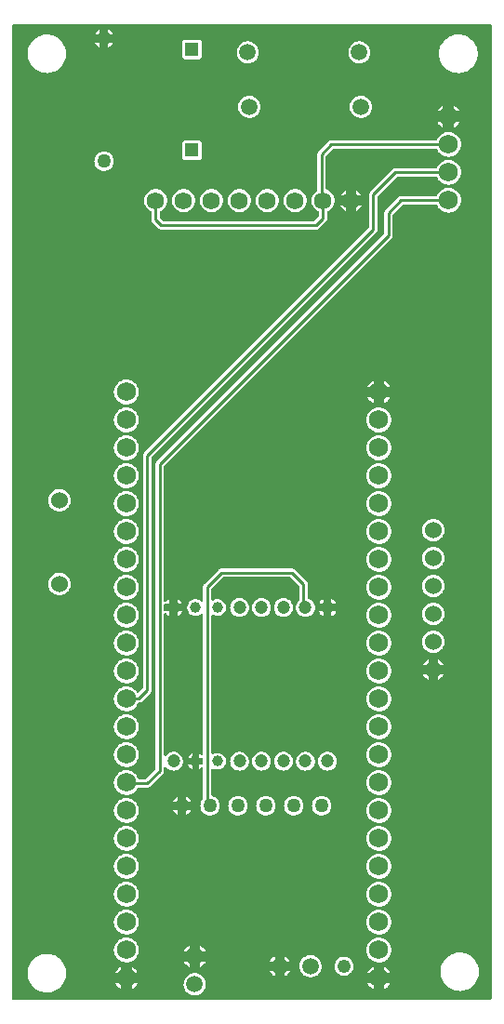
<source format=gbl>
G04 Layer: BottomLayer*
G04 EasyEDA v6.5.40, 2024-06-27 16:13:32*
G04 1bb4523bb94a4e3199f7f8869f766872,df7e7e3c38a3447abd37b529b333d242,10*
G04 Gerber Generator version 0.2*
G04 Scale: 100 percent, Rotated: No, Reflected: No *
G04 Dimensions in millimeters *
G04 leading zeros omitted , absolute positions ,4 integer and 5 decimal *
%FSLAX45Y45*%
%MOMM*%

%ADD10C,0.2540*%
%ADD11C,1.5900*%
%ADD12C,1.2600*%
%ADD13R,1.2600X1.2600*%
%ADD14C,1.2000*%
%ADD15C,1.0000*%
%ADD16C,1.5000*%
%ADD17C,1.6510*%
%ADD18C,1.5240*%
%ADD19C,1.7500*%
%ADD20C,1.2116*%
%ADD21C,1.7500*%
%ADD22C,0.0111*%

%LPD*%
G36*
X619760Y1168400D02*
G01*
X615848Y1169162D01*
X612597Y1171397D01*
X610362Y1174648D01*
X609600Y1178560D01*
X609600Y10035540D01*
X610362Y10039451D01*
X612597Y10042702D01*
X615848Y10044938D01*
X619760Y10045700D01*
X4968240Y10045700D01*
X4972151Y10044938D01*
X4975402Y10042702D01*
X4977638Y10039451D01*
X4978400Y10035540D01*
X4978400Y1185316D01*
X4977638Y1181404D01*
X4975402Y1178102D01*
X4968697Y1171397D01*
X4965395Y1169162D01*
X4961483Y1168400D01*
G37*

%LPC*%
G36*
X2266543Y1207465D02*
G01*
X2280056Y1207465D01*
X2293416Y1209243D01*
X2306370Y1212799D01*
X2318816Y1218082D01*
X2330399Y1224940D01*
X2340965Y1233271D01*
X2350363Y1242974D01*
X2358339Y1253794D01*
X2364790Y1265631D01*
X2369667Y1278229D01*
X2372766Y1291336D01*
X2374138Y1304747D01*
X2373680Y1318209D01*
X2371445Y1331468D01*
X2367432Y1344371D01*
X2361793Y1356563D01*
X2354529Y1367942D01*
X2345842Y1378254D01*
X2335834Y1387297D01*
X2324709Y1394917D01*
X2312670Y1400962D01*
X2299970Y1405382D01*
X2286762Y1408074D01*
X2273300Y1408988D01*
X2259838Y1408074D01*
X2246630Y1405382D01*
X2233930Y1400962D01*
X2221890Y1394917D01*
X2210765Y1387297D01*
X2200757Y1378254D01*
X2192070Y1367942D01*
X2184806Y1356563D01*
X2179167Y1344371D01*
X2175154Y1331468D01*
X2172919Y1318209D01*
X2172462Y1304747D01*
X2173833Y1291336D01*
X2176932Y1278229D01*
X2181809Y1265631D01*
X2188260Y1253794D01*
X2196236Y1242974D01*
X2205634Y1233271D01*
X2216200Y1224940D01*
X2227783Y1218082D01*
X2240229Y1212799D01*
X2253183Y1209243D01*
G37*
G36*
X931621Y1233881D02*
G01*
X949706Y1235252D01*
X967486Y1238504D01*
X984910Y1243584D01*
X1001674Y1250391D01*
X1017625Y1258925D01*
X1032662Y1269034D01*
X1046581Y1280617D01*
X1059230Y1293571D01*
X1070457Y1307795D01*
X1080160Y1323086D01*
X1088288Y1339240D01*
X1094638Y1356207D01*
X1099261Y1373733D01*
X1102055Y1391615D01*
X1102969Y1409700D01*
X1102055Y1427784D01*
X1099261Y1445666D01*
X1094638Y1463192D01*
X1088288Y1480159D01*
X1080160Y1496314D01*
X1070457Y1511604D01*
X1059230Y1525828D01*
X1046581Y1538782D01*
X1032662Y1550365D01*
X1017625Y1560474D01*
X1001674Y1569008D01*
X984910Y1575816D01*
X967486Y1580896D01*
X949706Y1584147D01*
X931621Y1585518D01*
X913536Y1585061D01*
X895553Y1582724D01*
X877925Y1578610D01*
X860856Y1572615D01*
X844448Y1564944D01*
X828903Y1555648D01*
X814425Y1544777D01*
X801116Y1532483D01*
X789178Y1518869D01*
X778662Y1504086D01*
X769772Y1488338D01*
X762508Y1471726D01*
X757021Y1454505D01*
X753313Y1436776D01*
X751433Y1418742D01*
X751433Y1400657D01*
X753313Y1382623D01*
X757021Y1364894D01*
X762508Y1347673D01*
X769772Y1331061D01*
X778662Y1315313D01*
X789178Y1300530D01*
X801116Y1286916D01*
X814425Y1274622D01*
X828903Y1263751D01*
X844448Y1254455D01*
X860856Y1246784D01*
X877925Y1240790D01*
X895553Y1236675D01*
X913536Y1234338D01*
G37*
G36*
X4690821Y1246581D02*
G01*
X4708906Y1247952D01*
X4726686Y1251204D01*
X4744110Y1256284D01*
X4760874Y1263091D01*
X4776825Y1271625D01*
X4791862Y1281734D01*
X4805781Y1293317D01*
X4818430Y1306271D01*
X4829657Y1320495D01*
X4839360Y1335786D01*
X4847488Y1351940D01*
X4853838Y1368907D01*
X4858461Y1386433D01*
X4861255Y1404315D01*
X4862169Y1422400D01*
X4861255Y1440484D01*
X4858461Y1458366D01*
X4853838Y1475892D01*
X4847488Y1492859D01*
X4839360Y1509014D01*
X4829657Y1524304D01*
X4818430Y1538528D01*
X4805781Y1551482D01*
X4791862Y1563065D01*
X4776825Y1573174D01*
X4760874Y1581708D01*
X4744110Y1588516D01*
X4726686Y1593596D01*
X4708906Y1596847D01*
X4690821Y1598218D01*
X4672736Y1597761D01*
X4654753Y1595424D01*
X4637125Y1591310D01*
X4620056Y1585315D01*
X4603648Y1577644D01*
X4588103Y1568348D01*
X4573625Y1557477D01*
X4560316Y1545183D01*
X4548378Y1531569D01*
X4537862Y1516786D01*
X4528972Y1501038D01*
X4521708Y1484426D01*
X4516221Y1467205D01*
X4512513Y1449476D01*
X4510633Y1431442D01*
X4510633Y1413357D01*
X4512513Y1395323D01*
X4516221Y1377594D01*
X4521708Y1360373D01*
X4528972Y1343761D01*
X4537862Y1328013D01*
X4548378Y1313230D01*
X4560316Y1299616D01*
X4573625Y1287322D01*
X4588103Y1276451D01*
X4603648Y1267155D01*
X4620056Y1259484D01*
X4637125Y1253490D01*
X4654753Y1249375D01*
X4672736Y1247038D01*
G37*
G36*
X1599996Y1264412D02*
G01*
X1599996Y1315872D01*
X1548434Y1315872D01*
X1555089Y1304137D01*
X1563776Y1292504D01*
X1573885Y1282039D01*
X1585214Y1272997D01*
X1597660Y1265478D01*
G37*
G36*
X3899966Y1264412D02*
G01*
X3899966Y1315923D01*
X3848455Y1315923D01*
X3855059Y1304137D01*
X3863746Y1292504D01*
X3873855Y1282039D01*
X3885234Y1272997D01*
X3897629Y1265478D01*
G37*
G36*
X1700174Y1264513D02*
G01*
X1708861Y1269034D01*
X1720799Y1277366D01*
X1731568Y1287119D01*
X1740966Y1298194D01*
X1748891Y1310335D01*
X1751584Y1315872D01*
X1700174Y1315872D01*
G37*
G36*
X4000195Y1264513D02*
G01*
X4008882Y1269034D01*
X4020769Y1277366D01*
X4031538Y1287119D01*
X4040936Y1298194D01*
X4048912Y1310335D01*
X4051554Y1315923D01*
X4000195Y1315923D01*
G37*
G36*
X3320643Y1372565D02*
G01*
X3334156Y1372565D01*
X3347516Y1374343D01*
X3360470Y1377899D01*
X3372916Y1383182D01*
X3384499Y1390040D01*
X3395065Y1398371D01*
X3404463Y1408074D01*
X3412439Y1418894D01*
X3418890Y1430731D01*
X3423767Y1443329D01*
X3426866Y1456436D01*
X3428237Y1469847D01*
X3427780Y1483309D01*
X3425545Y1496568D01*
X3421532Y1509471D01*
X3415893Y1521663D01*
X3408629Y1533042D01*
X3399942Y1543354D01*
X3389934Y1552397D01*
X3378809Y1560017D01*
X3366770Y1566062D01*
X3354070Y1570482D01*
X3340862Y1573174D01*
X3327400Y1574088D01*
X3313937Y1573174D01*
X3300729Y1570482D01*
X3288029Y1566062D01*
X3275990Y1560017D01*
X3264865Y1552397D01*
X3254857Y1543354D01*
X3246170Y1533042D01*
X3238906Y1521663D01*
X3233267Y1509471D01*
X3229254Y1496568D01*
X3227019Y1483309D01*
X3226562Y1469847D01*
X3227933Y1456436D01*
X3231032Y1443329D01*
X3235909Y1430731D01*
X3242360Y1418894D01*
X3250336Y1408074D01*
X3259734Y1398371D01*
X3270300Y1390040D01*
X3281883Y1383182D01*
X3294329Y1377899D01*
X3307283Y1374343D01*
G37*
G36*
X3091840Y1382471D02*
G01*
X3093516Y1383182D01*
X3105099Y1390040D01*
X3115665Y1398371D01*
X3125063Y1408074D01*
X3133039Y1418894D01*
X3138728Y1429359D01*
X3091840Y1429359D01*
G37*
G36*
X3004159Y1382471D02*
G01*
X3004159Y1429359D01*
X2957271Y1429359D01*
X2962960Y1418894D01*
X2970936Y1408074D01*
X2980334Y1398371D01*
X2990900Y1390040D01*
X3002483Y1383182D01*
G37*
G36*
X3632200Y1386738D02*
G01*
X3644493Y1387602D01*
X3656584Y1390243D01*
X3668115Y1394561D01*
X3678936Y1400454D01*
X3688842Y1407871D01*
X3697528Y1416558D01*
X3704945Y1426464D01*
X3710838Y1437284D01*
X3715156Y1448816D01*
X3717798Y1460906D01*
X3718661Y1473200D01*
X3717798Y1485493D01*
X3715156Y1497584D01*
X3710838Y1509115D01*
X3704945Y1519936D01*
X3697528Y1529842D01*
X3688842Y1538528D01*
X3678936Y1545945D01*
X3668115Y1551838D01*
X3656584Y1556156D01*
X3644493Y1558798D01*
X3632200Y1559661D01*
X3619906Y1558798D01*
X3607815Y1556156D01*
X3596284Y1551838D01*
X3585464Y1545945D01*
X3575558Y1538528D01*
X3566871Y1529842D01*
X3559454Y1519936D01*
X3553561Y1509115D01*
X3549243Y1497584D01*
X3546601Y1485493D01*
X3545738Y1473200D01*
X3546601Y1460906D01*
X3549243Y1448816D01*
X3553561Y1437284D01*
X3559454Y1426464D01*
X3566871Y1416558D01*
X3575558Y1407871D01*
X3585464Y1400454D01*
X3596284Y1394561D01*
X3607815Y1390243D01*
X3619906Y1387602D01*
G37*
G36*
X1700174Y1416100D02*
G01*
X1751584Y1416100D01*
X1748891Y1421638D01*
X1740966Y1433830D01*
X1731568Y1444853D01*
X1720799Y1454658D01*
X1708861Y1462938D01*
X1700174Y1467510D01*
G37*
G36*
X4000195Y1416100D02*
G01*
X4051554Y1416100D01*
X4048912Y1421638D01*
X4040936Y1433830D01*
X4031538Y1444904D01*
X4020769Y1454658D01*
X4008882Y1462938D01*
X4000195Y1467510D01*
G37*
G36*
X1548434Y1416100D02*
G01*
X1599996Y1416100D01*
X1599996Y1467561D01*
X1597660Y1466545D01*
X1585214Y1458976D01*
X1573885Y1449933D01*
X1563776Y1439519D01*
X1555089Y1427835D01*
G37*
G36*
X3848455Y1416100D02*
G01*
X3899966Y1416100D01*
X3899966Y1467561D01*
X3897629Y1466545D01*
X3885234Y1458976D01*
X3873855Y1449933D01*
X3863746Y1439519D01*
X3855059Y1427835D01*
G37*
G36*
X2320950Y1464919D02*
G01*
X2327503Y1468170D01*
X2339289Y1476095D01*
X2349957Y1485442D01*
X2359304Y1496110D01*
X2367229Y1507896D01*
X2370480Y1514449D01*
X2320950Y1514449D01*
G37*
G36*
X2225700Y1464919D02*
G01*
X2225700Y1514449D01*
X2176119Y1514449D01*
X2179370Y1507896D01*
X2187295Y1496110D01*
X2196642Y1485442D01*
X2207310Y1476095D01*
X2219096Y1468170D01*
G37*
G36*
X3953713Y1506677D02*
G01*
X3968191Y1508048D01*
X3982364Y1511300D01*
X3995978Y1516329D01*
X4008882Y1523034D01*
X4020769Y1531366D01*
X4031538Y1541119D01*
X4040936Y1552194D01*
X4048912Y1564335D01*
X4055211Y1577441D01*
X4059783Y1591259D01*
X4062526Y1605483D01*
X4063492Y1620012D01*
X4062526Y1634489D01*
X4059783Y1648764D01*
X4055211Y1662531D01*
X4048912Y1675638D01*
X4040936Y1687830D01*
X4031538Y1698904D01*
X4020769Y1708657D01*
X4008882Y1716938D01*
X3995978Y1723694D01*
X3982364Y1728724D01*
X3968191Y1731924D01*
X3953713Y1733346D01*
X3939184Y1732838D01*
X3924858Y1730552D01*
X3910939Y1726387D01*
X3897629Y1720545D01*
X3885234Y1712975D01*
X3873855Y1703933D01*
X3863746Y1693519D01*
X3855059Y1681835D01*
X3847947Y1669186D01*
X3842461Y1655724D01*
X3838803Y1641652D01*
X3836924Y1627276D01*
X3836924Y1612747D01*
X3838803Y1598320D01*
X3842461Y1584248D01*
X3847947Y1570786D01*
X3855059Y1558137D01*
X3863746Y1546504D01*
X3873855Y1536039D01*
X3885234Y1526997D01*
X3897629Y1519478D01*
X3910939Y1513586D01*
X3924858Y1509471D01*
X3939184Y1507134D01*
G37*
G36*
X1653743Y1506677D02*
G01*
X1668170Y1508048D01*
X1682343Y1511300D01*
X1696008Y1516329D01*
X1708861Y1523034D01*
X1720799Y1531366D01*
X1731568Y1541119D01*
X1740966Y1552194D01*
X1748891Y1564335D01*
X1755190Y1577441D01*
X1759762Y1591259D01*
X1762556Y1605483D01*
X1763471Y1620012D01*
X1762556Y1634489D01*
X1759762Y1648764D01*
X1755190Y1662531D01*
X1748891Y1675638D01*
X1740966Y1687830D01*
X1731568Y1698853D01*
X1720799Y1708657D01*
X1708861Y1716938D01*
X1696008Y1723694D01*
X1682343Y1728673D01*
X1668170Y1731924D01*
X1653743Y1733346D01*
X1639214Y1732838D01*
X1624888Y1730552D01*
X1610918Y1726387D01*
X1597660Y1720545D01*
X1585214Y1712975D01*
X1573885Y1703933D01*
X1563776Y1693519D01*
X1555089Y1681835D01*
X1547926Y1669186D01*
X1542491Y1655724D01*
X1538782Y1641652D01*
X1536954Y1627276D01*
X1536954Y1612747D01*
X1538782Y1598320D01*
X1542491Y1584248D01*
X1547926Y1570786D01*
X1555089Y1558137D01*
X1563776Y1546504D01*
X1573885Y1536039D01*
X1585214Y1526997D01*
X1597660Y1519478D01*
X1610918Y1513586D01*
X1624888Y1509471D01*
X1639214Y1507134D01*
G37*
G36*
X3091840Y1517040D02*
G01*
X3138627Y1517040D01*
X3136493Y1521663D01*
X3129229Y1533042D01*
X3120542Y1543354D01*
X3110534Y1552397D01*
X3099409Y1560017D01*
X3091840Y1563827D01*
G37*
G36*
X2957372Y1517040D02*
G01*
X3004159Y1517040D01*
X3004159Y1563827D01*
X2996590Y1560017D01*
X2985465Y1552397D01*
X2975457Y1543354D01*
X2966770Y1533042D01*
X2959506Y1521663D01*
G37*
G36*
X2176119Y1609699D02*
G01*
X2225700Y1609699D01*
X2225700Y1659280D01*
X2219096Y1656029D01*
X2207310Y1648104D01*
X2196642Y1638757D01*
X2187295Y1628089D01*
X2179370Y1616303D01*
G37*
G36*
X2320950Y1609699D02*
G01*
X2370480Y1609699D01*
X2367229Y1616303D01*
X2359304Y1628089D01*
X2349957Y1638757D01*
X2339289Y1648104D01*
X2327503Y1656029D01*
X2320950Y1659280D01*
G37*
G36*
X3953713Y1760677D02*
G01*
X3968191Y1762048D01*
X3982364Y1765300D01*
X3995978Y1770329D01*
X4008882Y1777034D01*
X4020769Y1785366D01*
X4031538Y1795119D01*
X4040936Y1806193D01*
X4048912Y1818335D01*
X4055211Y1831441D01*
X4059783Y1845259D01*
X4062526Y1859483D01*
X4063492Y1874012D01*
X4062526Y1888489D01*
X4059783Y1902764D01*
X4055211Y1916531D01*
X4048912Y1929638D01*
X4040936Y1941830D01*
X4031538Y1952904D01*
X4020769Y1962657D01*
X4008882Y1970938D01*
X3995978Y1977694D01*
X3982364Y1982724D01*
X3968191Y1985924D01*
X3953713Y1987346D01*
X3939184Y1986838D01*
X3924858Y1984552D01*
X3910939Y1980387D01*
X3897629Y1974545D01*
X3885234Y1966975D01*
X3873855Y1957933D01*
X3863746Y1947519D01*
X3855059Y1935835D01*
X3847947Y1923186D01*
X3842461Y1909724D01*
X3838803Y1895652D01*
X3836924Y1881276D01*
X3836924Y1866747D01*
X3838803Y1852320D01*
X3842461Y1838248D01*
X3847947Y1824786D01*
X3855059Y1812137D01*
X3863746Y1800504D01*
X3873855Y1790039D01*
X3885234Y1780997D01*
X3897629Y1773478D01*
X3910939Y1767586D01*
X3924858Y1763471D01*
X3939184Y1761134D01*
G37*
G36*
X1653743Y1760677D02*
G01*
X1668170Y1762048D01*
X1682343Y1765300D01*
X1696008Y1770329D01*
X1708861Y1777034D01*
X1720799Y1785366D01*
X1731568Y1795119D01*
X1740966Y1806193D01*
X1748891Y1818335D01*
X1755190Y1831441D01*
X1759762Y1845259D01*
X1762556Y1859483D01*
X1763471Y1874012D01*
X1762556Y1888489D01*
X1759762Y1902764D01*
X1755190Y1916531D01*
X1748891Y1929638D01*
X1740966Y1941830D01*
X1731568Y1952853D01*
X1720799Y1962657D01*
X1708861Y1970938D01*
X1696008Y1977694D01*
X1682343Y1982673D01*
X1668170Y1985924D01*
X1653743Y1987346D01*
X1639214Y1986838D01*
X1624888Y1984552D01*
X1610918Y1980387D01*
X1597660Y1974545D01*
X1585214Y1966975D01*
X1573885Y1957933D01*
X1563776Y1947519D01*
X1555089Y1935835D01*
X1547926Y1923186D01*
X1542491Y1909724D01*
X1538782Y1895652D01*
X1536954Y1881276D01*
X1536954Y1866747D01*
X1538782Y1852320D01*
X1542491Y1838248D01*
X1547926Y1824786D01*
X1555089Y1812137D01*
X1563776Y1800504D01*
X1573885Y1790039D01*
X1585214Y1780997D01*
X1597660Y1773478D01*
X1610918Y1767586D01*
X1624888Y1763471D01*
X1639214Y1761134D01*
G37*
G36*
X3953713Y2014677D02*
G01*
X3968191Y2016048D01*
X3982364Y2019300D01*
X3995978Y2024329D01*
X4008882Y2031034D01*
X4020769Y2039366D01*
X4031538Y2049119D01*
X4040936Y2060193D01*
X4048912Y2072335D01*
X4055211Y2085441D01*
X4059783Y2099259D01*
X4062526Y2113483D01*
X4063492Y2128012D01*
X4062526Y2142490D01*
X4059783Y2156764D01*
X4055211Y2170531D01*
X4048912Y2183638D01*
X4040936Y2195830D01*
X4031538Y2206904D01*
X4020769Y2216658D01*
X4008882Y2224938D01*
X3995978Y2231694D01*
X3982364Y2236724D01*
X3968191Y2239924D01*
X3953713Y2241346D01*
X3939184Y2240838D01*
X3924858Y2238552D01*
X3910939Y2234387D01*
X3897629Y2228545D01*
X3885234Y2220976D01*
X3873855Y2211933D01*
X3863746Y2201519D01*
X3855059Y2189835D01*
X3847947Y2177186D01*
X3842461Y2163724D01*
X3838803Y2149652D01*
X3836924Y2135276D01*
X3836924Y2120747D01*
X3838803Y2106320D01*
X3842461Y2092248D01*
X3847947Y2078786D01*
X3855059Y2066137D01*
X3863746Y2054504D01*
X3873855Y2044039D01*
X3885234Y2034997D01*
X3897629Y2027478D01*
X3910939Y2021586D01*
X3924858Y2017471D01*
X3939184Y2015134D01*
G37*
G36*
X1653743Y2014677D02*
G01*
X1668170Y2016048D01*
X1682343Y2019300D01*
X1696008Y2024329D01*
X1708861Y2031034D01*
X1720799Y2039366D01*
X1731568Y2049119D01*
X1740966Y2060193D01*
X1748891Y2072335D01*
X1755190Y2085441D01*
X1759762Y2099259D01*
X1762556Y2113483D01*
X1763471Y2128012D01*
X1762556Y2142490D01*
X1759762Y2156764D01*
X1755190Y2170531D01*
X1748891Y2183638D01*
X1740966Y2195830D01*
X1731568Y2206853D01*
X1720799Y2216658D01*
X1708861Y2224938D01*
X1696008Y2231694D01*
X1682343Y2236673D01*
X1668170Y2239924D01*
X1653743Y2241346D01*
X1639214Y2240838D01*
X1624888Y2238552D01*
X1610918Y2234387D01*
X1597660Y2228545D01*
X1585214Y2220976D01*
X1573885Y2211933D01*
X1563776Y2201519D01*
X1555089Y2189835D01*
X1547926Y2177186D01*
X1542491Y2163724D01*
X1538782Y2149652D01*
X1536954Y2135276D01*
X1536954Y2120747D01*
X1538782Y2106320D01*
X1542491Y2092248D01*
X1547926Y2078786D01*
X1555089Y2066137D01*
X1563776Y2054504D01*
X1573885Y2044039D01*
X1585214Y2034997D01*
X1597660Y2027478D01*
X1610918Y2021586D01*
X1624888Y2017471D01*
X1639214Y2015134D01*
G37*
G36*
X3953713Y2268677D02*
G01*
X3968191Y2270048D01*
X3982364Y2273300D01*
X3995978Y2278329D01*
X4008882Y2285034D01*
X4020769Y2293366D01*
X4031538Y2303119D01*
X4040936Y2314194D01*
X4048912Y2326335D01*
X4055211Y2339441D01*
X4059783Y2353259D01*
X4062526Y2367483D01*
X4063492Y2382012D01*
X4062526Y2396490D01*
X4059783Y2410764D01*
X4055211Y2424531D01*
X4048912Y2437638D01*
X4040936Y2449830D01*
X4031538Y2460853D01*
X4020769Y2470658D01*
X4008882Y2478938D01*
X3995978Y2485694D01*
X3982364Y2490673D01*
X3968191Y2493924D01*
X3953713Y2495346D01*
X3939184Y2494838D01*
X3924858Y2492552D01*
X3910939Y2488387D01*
X3897629Y2482545D01*
X3885234Y2474976D01*
X3873855Y2465933D01*
X3863746Y2455519D01*
X3855059Y2443835D01*
X3847947Y2431186D01*
X3842461Y2417724D01*
X3838803Y2403652D01*
X3836924Y2389276D01*
X3836924Y2374747D01*
X3838803Y2360320D01*
X3842461Y2346248D01*
X3847947Y2332786D01*
X3855059Y2320137D01*
X3863746Y2308504D01*
X3873855Y2298039D01*
X3885234Y2288997D01*
X3897629Y2281478D01*
X3910939Y2275586D01*
X3924858Y2271471D01*
X3939184Y2269134D01*
G37*
G36*
X1653743Y2268677D02*
G01*
X1668170Y2270048D01*
X1682343Y2273300D01*
X1696008Y2278329D01*
X1708861Y2285034D01*
X1720799Y2293366D01*
X1731568Y2303119D01*
X1740966Y2314194D01*
X1748891Y2326335D01*
X1755190Y2339441D01*
X1759762Y2353208D01*
X1762556Y2367483D01*
X1763471Y2382012D01*
X1762556Y2396490D01*
X1759762Y2410764D01*
X1755190Y2424531D01*
X1748891Y2437638D01*
X1740966Y2449830D01*
X1731568Y2460853D01*
X1720799Y2470658D01*
X1708861Y2478938D01*
X1696008Y2485694D01*
X1682343Y2490673D01*
X1668170Y2493924D01*
X1653743Y2495346D01*
X1639214Y2494838D01*
X1624888Y2492552D01*
X1610918Y2488387D01*
X1597660Y2482545D01*
X1585214Y2474976D01*
X1573885Y2465933D01*
X1563776Y2455519D01*
X1555089Y2443835D01*
X1547926Y2431186D01*
X1542491Y2417724D01*
X1538782Y2403652D01*
X1536954Y2389276D01*
X1536954Y2374747D01*
X1538782Y2360320D01*
X1542491Y2346248D01*
X1547926Y2332786D01*
X1555089Y2320137D01*
X1563776Y2308504D01*
X1573885Y2298039D01*
X1585214Y2288997D01*
X1597660Y2281478D01*
X1610918Y2275586D01*
X1624888Y2271471D01*
X1639214Y2269134D01*
G37*
G36*
X3953713Y2522677D02*
G01*
X3968191Y2524048D01*
X3982364Y2527300D01*
X3995978Y2532329D01*
X4008882Y2539034D01*
X4020769Y2547366D01*
X4031538Y2557119D01*
X4040936Y2568194D01*
X4048912Y2580335D01*
X4055211Y2593441D01*
X4059783Y2607259D01*
X4062526Y2621483D01*
X4063492Y2636012D01*
X4062526Y2650490D01*
X4059783Y2664764D01*
X4055211Y2678531D01*
X4048912Y2691638D01*
X4040936Y2703830D01*
X4031538Y2714853D01*
X4020769Y2724658D01*
X4008882Y2732938D01*
X3995978Y2739694D01*
X3982364Y2744673D01*
X3968191Y2747924D01*
X3953713Y2749346D01*
X3939184Y2748838D01*
X3924858Y2746552D01*
X3910939Y2742387D01*
X3897629Y2736545D01*
X3885234Y2728976D01*
X3873855Y2719933D01*
X3863746Y2709519D01*
X3855059Y2697835D01*
X3847947Y2685186D01*
X3842461Y2671724D01*
X3838803Y2657652D01*
X3836924Y2643276D01*
X3836924Y2628747D01*
X3838803Y2614320D01*
X3842461Y2600248D01*
X3847947Y2586786D01*
X3855059Y2574137D01*
X3863746Y2562504D01*
X3873855Y2552039D01*
X3885234Y2542997D01*
X3897629Y2535478D01*
X3910939Y2529586D01*
X3924858Y2525471D01*
X3939184Y2523134D01*
G37*
G36*
X1653743Y2522677D02*
G01*
X1668170Y2524048D01*
X1682343Y2527300D01*
X1696008Y2532329D01*
X1708861Y2539034D01*
X1720799Y2547366D01*
X1731568Y2557119D01*
X1740966Y2568194D01*
X1748891Y2580335D01*
X1755190Y2593441D01*
X1759762Y2607208D01*
X1762556Y2621483D01*
X1763471Y2636012D01*
X1762556Y2650490D01*
X1759762Y2664764D01*
X1755190Y2678531D01*
X1748891Y2691638D01*
X1740966Y2703830D01*
X1731568Y2714853D01*
X1720799Y2724658D01*
X1708861Y2732938D01*
X1696008Y2739694D01*
X1682343Y2744673D01*
X1668170Y2747924D01*
X1653743Y2749346D01*
X1639214Y2748838D01*
X1624888Y2746552D01*
X1610918Y2742387D01*
X1597660Y2736545D01*
X1585214Y2728976D01*
X1573885Y2719933D01*
X1563776Y2709519D01*
X1555089Y2697835D01*
X1547926Y2685186D01*
X1542491Y2671724D01*
X1538782Y2657652D01*
X1536954Y2643276D01*
X1536954Y2628747D01*
X1538782Y2614320D01*
X1542491Y2600248D01*
X1547926Y2586786D01*
X1555089Y2574137D01*
X1563776Y2562504D01*
X1573885Y2552039D01*
X1585214Y2542997D01*
X1597660Y2535478D01*
X1610918Y2529586D01*
X1624888Y2525471D01*
X1639214Y2523134D01*
G37*
G36*
X3953713Y2776677D02*
G01*
X3968191Y2778048D01*
X3982364Y2781300D01*
X3995978Y2786329D01*
X4008882Y2793034D01*
X4020769Y2801366D01*
X4031538Y2811119D01*
X4040936Y2822194D01*
X4048912Y2834335D01*
X4055211Y2847441D01*
X4059783Y2861259D01*
X4062526Y2875483D01*
X4063492Y2890012D01*
X4062526Y2904490D01*
X4059783Y2918764D01*
X4055211Y2932531D01*
X4048912Y2945638D01*
X4040936Y2957830D01*
X4031538Y2968853D01*
X4020769Y2978658D01*
X4008882Y2986938D01*
X3995978Y2993694D01*
X3982364Y2998673D01*
X3968191Y3001924D01*
X3953713Y3003346D01*
X3939184Y3002838D01*
X3924858Y3000552D01*
X3910939Y2996387D01*
X3897629Y2990545D01*
X3885234Y2982976D01*
X3873855Y2973933D01*
X3863746Y2963519D01*
X3855059Y2951835D01*
X3847947Y2939186D01*
X3842461Y2925724D01*
X3838803Y2911652D01*
X3836924Y2897276D01*
X3836924Y2882747D01*
X3838803Y2868320D01*
X3842461Y2854248D01*
X3847947Y2840786D01*
X3855059Y2828137D01*
X3863746Y2816504D01*
X3873855Y2806039D01*
X3885234Y2796997D01*
X3897629Y2789478D01*
X3910939Y2783586D01*
X3924858Y2779471D01*
X3939184Y2777134D01*
G37*
G36*
X1653743Y2776677D02*
G01*
X1668170Y2778048D01*
X1682343Y2781300D01*
X1696008Y2786329D01*
X1708861Y2793034D01*
X1720799Y2801366D01*
X1731568Y2811119D01*
X1740966Y2822194D01*
X1748891Y2834335D01*
X1755190Y2847441D01*
X1759762Y2861208D01*
X1762556Y2875483D01*
X1763471Y2890012D01*
X1762556Y2904490D01*
X1759762Y2918764D01*
X1755190Y2932531D01*
X1748891Y2945638D01*
X1740966Y2957830D01*
X1731568Y2968853D01*
X1720799Y2978658D01*
X1708861Y2986938D01*
X1696008Y2993694D01*
X1682343Y2998673D01*
X1668170Y3001924D01*
X1653743Y3003346D01*
X1639214Y3002838D01*
X1624888Y3000552D01*
X1610918Y2996387D01*
X1597660Y2990545D01*
X1585214Y2982976D01*
X1573885Y2973933D01*
X1563776Y2963519D01*
X1555089Y2951835D01*
X1547926Y2939186D01*
X1542491Y2925724D01*
X1538782Y2911652D01*
X1536954Y2897276D01*
X1536954Y2882747D01*
X1538782Y2868320D01*
X1542491Y2854248D01*
X1547926Y2840786D01*
X1555089Y2828137D01*
X1563776Y2816504D01*
X1573885Y2806039D01*
X1585214Y2796997D01*
X1597660Y2789478D01*
X1610918Y2783586D01*
X1624888Y2779471D01*
X1639214Y2777134D01*
G37*
G36*
X2921000Y2845714D02*
G01*
X2933649Y2846628D01*
X2946044Y2849321D01*
X2957931Y2853740D01*
X2969056Y2859836D01*
X2979216Y2867406D01*
X2988157Y2876397D01*
X2995777Y2886557D01*
X3001822Y2897682D01*
X3006293Y2909570D01*
X3008985Y2921965D01*
X3009900Y2934614D01*
X3008985Y2947263D01*
X3006293Y2959658D01*
X3001822Y2971546D01*
X2995777Y2982671D01*
X2988157Y2992780D01*
X2979216Y3001772D01*
X2969056Y3009392D01*
X2957931Y3015437D01*
X2946044Y3019856D01*
X2933649Y3022600D01*
X2921000Y3023463D01*
X2908350Y3022600D01*
X2895955Y3019856D01*
X2884068Y3015437D01*
X2872943Y3009392D01*
X2862783Y3001772D01*
X2853842Y2992780D01*
X2846222Y2982671D01*
X2840126Y2971546D01*
X2835706Y2959658D01*
X2833014Y2947263D01*
X2832100Y2934614D01*
X2833014Y2921965D01*
X2835706Y2909570D01*
X2840126Y2897682D01*
X2846222Y2886557D01*
X2853842Y2876397D01*
X2862783Y2867406D01*
X2872943Y2859836D01*
X2884068Y2853740D01*
X2895955Y2849321D01*
X2908350Y2846628D01*
G37*
G36*
X3175000Y2845714D02*
G01*
X3187649Y2846628D01*
X3200044Y2849321D01*
X3211931Y2853740D01*
X3223056Y2859836D01*
X3233216Y2867406D01*
X3242157Y2876397D01*
X3249777Y2886557D01*
X3255822Y2897682D01*
X3260293Y2909570D01*
X3262985Y2921965D01*
X3263900Y2934614D01*
X3262985Y2947263D01*
X3260293Y2959658D01*
X3255822Y2971546D01*
X3249777Y2982671D01*
X3242157Y2992780D01*
X3233216Y3001772D01*
X3223056Y3009392D01*
X3211931Y3015437D01*
X3200044Y3019856D01*
X3187649Y3022600D01*
X3175000Y3023463D01*
X3162350Y3022600D01*
X3149955Y3019856D01*
X3138068Y3015437D01*
X3126943Y3009392D01*
X3116783Y3001772D01*
X3107842Y2992780D01*
X3100222Y2982671D01*
X3094126Y2971546D01*
X3089706Y2959658D01*
X3087014Y2947263D01*
X3086100Y2934614D01*
X3087014Y2921965D01*
X3089706Y2909570D01*
X3094126Y2897682D01*
X3100222Y2886557D01*
X3107842Y2876397D01*
X3116783Y2867406D01*
X3126943Y2859836D01*
X3138068Y2853740D01*
X3149955Y2849321D01*
X3162350Y2846628D01*
G37*
G36*
X2667000Y2845714D02*
G01*
X2679649Y2846628D01*
X2692044Y2849321D01*
X2703931Y2853740D01*
X2715056Y2859836D01*
X2725216Y2867406D01*
X2734157Y2876397D01*
X2741777Y2886557D01*
X2747873Y2897682D01*
X2752293Y2909570D01*
X2754985Y2921965D01*
X2755900Y2934614D01*
X2754985Y2947263D01*
X2752293Y2959658D01*
X2747873Y2971546D01*
X2741777Y2982671D01*
X2734157Y2992780D01*
X2725216Y3001772D01*
X2715056Y3009392D01*
X2703931Y3015437D01*
X2692044Y3019856D01*
X2679649Y3022600D01*
X2667000Y3023463D01*
X2654350Y3022600D01*
X2641955Y3019856D01*
X2630068Y3015437D01*
X2618943Y3009392D01*
X2608783Y3001772D01*
X2599842Y2992780D01*
X2592222Y2982671D01*
X2586126Y2971546D01*
X2581706Y2959658D01*
X2579014Y2947263D01*
X2578100Y2934614D01*
X2579014Y2921965D01*
X2581706Y2909570D01*
X2586126Y2897682D01*
X2592222Y2886557D01*
X2599842Y2876397D01*
X2608783Y2867406D01*
X2618943Y2859836D01*
X2630068Y2853740D01*
X2641955Y2849321D01*
X2654350Y2846628D01*
G37*
G36*
X3429000Y2845714D02*
G01*
X3441649Y2846628D01*
X3454044Y2849321D01*
X3465931Y2853740D01*
X3477056Y2859836D01*
X3487216Y2867406D01*
X3496157Y2876397D01*
X3503777Y2886557D01*
X3509822Y2897682D01*
X3514293Y2909570D01*
X3516985Y2921965D01*
X3517900Y2934614D01*
X3516985Y2947263D01*
X3514293Y2959658D01*
X3509822Y2971546D01*
X3503777Y2982671D01*
X3496157Y2992780D01*
X3487216Y3001772D01*
X3477056Y3009392D01*
X3465931Y3015437D01*
X3454044Y3019856D01*
X3441649Y3022600D01*
X3429000Y3023463D01*
X3416350Y3022600D01*
X3403955Y3019856D01*
X3392068Y3015437D01*
X3380943Y3009392D01*
X3370783Y3001772D01*
X3361842Y2992780D01*
X3354222Y2982671D01*
X3348126Y2971546D01*
X3343706Y2959658D01*
X3341014Y2947263D01*
X3340100Y2934614D01*
X3341014Y2921965D01*
X3343706Y2909570D01*
X3348126Y2897682D01*
X3354222Y2886557D01*
X3361842Y2876397D01*
X3370783Y2867406D01*
X3380943Y2859836D01*
X3392068Y2853740D01*
X3403955Y2849321D01*
X3416350Y2846628D01*
G37*
G36*
X2413000Y2845714D02*
G01*
X2425649Y2846628D01*
X2438044Y2849321D01*
X2449931Y2853740D01*
X2461056Y2859836D01*
X2471216Y2867406D01*
X2480157Y2876397D01*
X2487777Y2886557D01*
X2493873Y2897682D01*
X2498293Y2909570D01*
X2500985Y2921965D01*
X2501900Y2934614D01*
X2500985Y2947263D01*
X2498293Y2959658D01*
X2493873Y2971546D01*
X2487777Y2982671D01*
X2480157Y2992780D01*
X2471216Y3001772D01*
X2461056Y3009392D01*
X2449931Y3015437D01*
X2438044Y3019856D01*
X2434183Y3020720D01*
X2431034Y3021990D01*
X2428443Y3024276D01*
X2426766Y3027273D01*
X2426208Y3030626D01*
X2426208Y3265373D01*
X2427071Y3269437D01*
X2429510Y3272840D01*
X2433066Y3274974D01*
X2437231Y3275482D01*
X2441244Y3274263D01*
X2450236Y3269386D01*
X2461209Y3265424D01*
X2472588Y3263239D01*
X2484221Y3262782D01*
X2495753Y3264103D01*
X2506929Y3267202D01*
X2517546Y3271926D01*
X2527300Y3278276D01*
X2535986Y3285998D01*
X2543352Y3294938D01*
X2549296Y3304946D01*
X2553665Y3315715D01*
X2556306Y3326993D01*
X2557170Y3338576D01*
X2556306Y3350209D01*
X2553665Y3361486D01*
X2549296Y3372256D01*
X2543352Y3382264D01*
X2535986Y3391204D01*
X2527300Y3398926D01*
X2517546Y3405276D01*
X2506929Y3410000D01*
X2495753Y3413099D01*
X2484221Y3414420D01*
X2472588Y3413963D01*
X2461209Y3411778D01*
X2450236Y3407816D01*
X2441244Y3402939D01*
X2437231Y3401720D01*
X2433066Y3402228D01*
X2429510Y3404362D01*
X2427071Y3407765D01*
X2426208Y3411829D01*
X2426208Y4665370D01*
X2427071Y4669434D01*
X2429510Y4672838D01*
X2433066Y4674971D01*
X2437231Y4675479D01*
X2441244Y4674260D01*
X2450236Y4669383D01*
X2461209Y4665421D01*
X2472588Y4663236D01*
X2484221Y4662779D01*
X2495753Y4664100D01*
X2506929Y4667199D01*
X2517546Y4671923D01*
X2527300Y4678273D01*
X2535986Y4685995D01*
X2543352Y4694936D01*
X2549296Y4704943D01*
X2553665Y4715713D01*
X2556306Y4726990D01*
X2557170Y4738573D01*
X2556306Y4750206D01*
X2553665Y4761484D01*
X2549296Y4772253D01*
X2543352Y4782261D01*
X2535986Y4791202D01*
X2527300Y4798923D01*
X2517546Y4805273D01*
X2506929Y4809998D01*
X2495753Y4813096D01*
X2484221Y4814417D01*
X2472588Y4813960D01*
X2461209Y4811776D01*
X2450236Y4807813D01*
X2441244Y4802936D01*
X2437231Y4801717D01*
X2433066Y4802225D01*
X2429510Y4804359D01*
X2427071Y4807762D01*
X2426208Y4811826D01*
X2426208Y4907381D01*
X2426970Y4911293D01*
X2429205Y4914595D01*
X2527604Y5012994D01*
X2530906Y5015230D01*
X2534818Y5015992D01*
X3142081Y5015992D01*
X3145993Y5015230D01*
X3149295Y5012994D01*
X3222294Y4939995D01*
X3224530Y4936693D01*
X3225292Y4932781D01*
X3225292Y4807966D01*
X3224530Y4804054D01*
X3222294Y4800752D01*
X3216402Y4794859D01*
X3209036Y4785004D01*
X3203194Y4774285D01*
X3198876Y4762804D01*
X3196285Y4750816D01*
X3195421Y4738573D01*
X3196285Y4726381D01*
X3198876Y4714392D01*
X3203194Y4702911D01*
X3209036Y4692142D01*
X3216402Y4682337D01*
X3225038Y4673701D01*
X3234893Y4666335D01*
X3245612Y4660493D01*
X3257092Y4656175D01*
X3269081Y4653584D01*
X3281324Y4652721D01*
X3293516Y4653584D01*
X3305505Y4656175D01*
X3316986Y4660493D01*
X3327755Y4666335D01*
X3337560Y4673701D01*
X3346196Y4682337D01*
X3353562Y4692142D01*
X3359404Y4702911D01*
X3363722Y4714392D01*
X3366312Y4726381D01*
X3367176Y4738573D01*
X3366312Y4750816D01*
X3363722Y4762804D01*
X3359404Y4774285D01*
X3353562Y4785004D01*
X3346196Y4794859D01*
X3337560Y4803495D01*
X3327755Y4810861D01*
X3316986Y4816703D01*
X3309112Y4819650D01*
X3305657Y4821834D01*
X3303320Y4825187D01*
X3302508Y4829149D01*
X3302508Y4952492D01*
X3301695Y4960518D01*
X3299510Y4967732D01*
X3295954Y4974437D01*
X3290824Y4980635D01*
X3189935Y5081524D01*
X3183737Y5086654D01*
X3177032Y5090210D01*
X3169818Y5092395D01*
X3161792Y5093208D01*
X2515108Y5093208D01*
X2507081Y5092395D01*
X2499868Y5090210D01*
X2493162Y5086654D01*
X2486964Y5081524D01*
X2360676Y4955235D01*
X2355545Y4949037D01*
X2351989Y4942332D01*
X2349804Y4935118D01*
X2348992Y4927092D01*
X2348992Y4802276D01*
X2348280Y4798466D01*
X2346147Y4795215D01*
X2342997Y4792980D01*
X2339238Y4792116D01*
X2335377Y4792726D01*
X2332075Y4794707D01*
X2327300Y4798923D01*
X2317546Y4805273D01*
X2306929Y4809998D01*
X2295753Y4813096D01*
X2284222Y4814417D01*
X2272588Y4813960D01*
X2261209Y4811776D01*
X2250236Y4807813D01*
X2240076Y4802276D01*
X2230831Y4795266D01*
X2222754Y4786884D01*
X2216099Y4777384D01*
X2210917Y4766970D01*
X2207412Y4755896D01*
X2205634Y4744415D01*
X2205634Y4732782D01*
X2207412Y4721301D01*
X2210917Y4710226D01*
X2216099Y4699812D01*
X2222754Y4690313D01*
X2230831Y4681931D01*
X2240076Y4674920D01*
X2250236Y4669383D01*
X2261209Y4665421D01*
X2272588Y4663236D01*
X2284222Y4662779D01*
X2295753Y4664100D01*
X2306929Y4667199D01*
X2317546Y4671923D01*
X2327300Y4678273D01*
X2332075Y4682490D01*
X2335377Y4684471D01*
X2339238Y4685080D01*
X2342997Y4684217D01*
X2346147Y4681982D01*
X2348280Y4678730D01*
X2348992Y4674920D01*
X2348992Y3402279D01*
X2348280Y3398469D01*
X2346147Y3395218D01*
X2342997Y3392982D01*
X2339238Y3392119D01*
X2335377Y3392728D01*
X2332075Y3394710D01*
X2327300Y3398926D01*
X2317546Y3405276D01*
X2312670Y3407460D01*
X2312670Y3369970D01*
X2338832Y3369970D01*
X2342743Y3369157D01*
X2345994Y3366973D01*
X2348230Y3363671D01*
X2348992Y3359810D01*
X2348992Y3317392D01*
X2348230Y3313531D01*
X2345994Y3310229D01*
X2342743Y3308045D01*
X2338832Y3307232D01*
X2312670Y3307232D01*
X2312670Y3269742D01*
X2317546Y3271926D01*
X2327300Y3278276D01*
X2332075Y3282492D01*
X2335377Y3284474D01*
X2339238Y3285083D01*
X2342997Y3284220D01*
X2346147Y3281984D01*
X2348280Y3278733D01*
X2348992Y3274923D01*
X2348992Y3000197D01*
X2348230Y2996285D01*
X2345842Y2992780D01*
X2338222Y2982671D01*
X2332126Y2971546D01*
X2327706Y2959658D01*
X2325014Y2947263D01*
X2324100Y2934614D01*
X2325014Y2921965D01*
X2327706Y2909570D01*
X2332126Y2897682D01*
X2338222Y2886557D01*
X2345842Y2876397D01*
X2354783Y2867406D01*
X2364943Y2859836D01*
X2376068Y2853740D01*
X2387955Y2849321D01*
X2400350Y2846628D01*
G37*
G36*
X2121154Y2854248D02*
G01*
X2121154Y2896768D01*
X2078634Y2896768D01*
X2084222Y2886557D01*
X2091842Y2876397D01*
X2100783Y2867406D01*
X2110943Y2859836D01*
G37*
G36*
X2196846Y2854248D02*
G01*
X2207056Y2859836D01*
X2217216Y2867406D01*
X2226157Y2876397D01*
X2233777Y2886557D01*
X2239365Y2896768D01*
X2196846Y2896768D01*
G37*
G36*
X2078634Y2972460D02*
G01*
X2121154Y2972460D01*
X2121154Y3014929D01*
X2110943Y3009392D01*
X2100783Y3001772D01*
X2091842Y2992780D01*
X2084222Y2982671D01*
G37*
G36*
X2196846Y2972460D02*
G01*
X2239365Y2972460D01*
X2233777Y2982671D01*
X2226157Y2992780D01*
X2217216Y3001772D01*
X2207056Y3009392D01*
X2196846Y3014929D01*
G37*
G36*
X3953713Y3030677D02*
G01*
X3968191Y3032048D01*
X3982364Y3035300D01*
X3995978Y3040329D01*
X4008882Y3047034D01*
X4020769Y3055366D01*
X4031538Y3065119D01*
X4040936Y3076194D01*
X4048912Y3088335D01*
X4055211Y3101441D01*
X4059783Y3115208D01*
X4062526Y3129483D01*
X4063492Y3144012D01*
X4062526Y3158490D01*
X4059783Y3172764D01*
X4055211Y3186531D01*
X4048912Y3199638D01*
X4040936Y3211830D01*
X4031538Y3222853D01*
X4020769Y3232658D01*
X4008882Y3240938D01*
X3995978Y3247694D01*
X3982364Y3252673D01*
X3968191Y3255924D01*
X3953713Y3257346D01*
X3939184Y3256838D01*
X3924858Y3254552D01*
X3910939Y3250387D01*
X3897629Y3244545D01*
X3885234Y3236976D01*
X3873855Y3227933D01*
X3863746Y3217519D01*
X3855059Y3205835D01*
X3847947Y3193186D01*
X3842461Y3179724D01*
X3838803Y3165652D01*
X3836924Y3151276D01*
X3836924Y3136747D01*
X3838803Y3122320D01*
X3842461Y3108248D01*
X3847947Y3094786D01*
X3855059Y3082137D01*
X3863746Y3070504D01*
X3873855Y3060039D01*
X3885234Y3050997D01*
X3897629Y3043478D01*
X3910939Y3037586D01*
X3924858Y3033471D01*
X3939184Y3031134D01*
G37*
G36*
X1653743Y3030677D02*
G01*
X1668170Y3032048D01*
X1682343Y3035300D01*
X1696008Y3040329D01*
X1708861Y3047034D01*
X1720799Y3055366D01*
X1731568Y3065119D01*
X1740966Y3076194D01*
X1748891Y3088335D01*
X1750923Y3092551D01*
X1753158Y3095599D01*
X1756359Y3097580D01*
X1760067Y3098292D01*
X1840992Y3098292D01*
X1849018Y3099104D01*
X1856232Y3101289D01*
X1862937Y3104845D01*
X1869135Y3109976D01*
X1982724Y3223564D01*
X1987854Y3229762D01*
X1991410Y3236468D01*
X1993595Y3243681D01*
X1994407Y3251708D01*
X1994407Y3281222D01*
X1995271Y3285337D01*
X1997710Y3288741D01*
X2001367Y3290824D01*
X2005533Y3291332D01*
X2009546Y3290062D01*
X2012696Y3287318D01*
X2016404Y3282340D01*
X2025040Y3273704D01*
X2034895Y3266338D01*
X2045614Y3260496D01*
X2057095Y3256178D01*
X2069084Y3253587D01*
X2081326Y3252724D01*
X2093518Y3253587D01*
X2105507Y3256178D01*
X2116988Y3260496D01*
X2127758Y3266338D01*
X2137562Y3273704D01*
X2146198Y3282340D01*
X2153564Y3292144D01*
X2159406Y3302914D01*
X2163724Y3314395D01*
X2166315Y3326384D01*
X2167178Y3338576D01*
X2166315Y3350818D01*
X2163724Y3362807D01*
X2159406Y3374288D01*
X2153564Y3385007D01*
X2146198Y3394862D01*
X2137562Y3403498D01*
X2127758Y3410864D01*
X2116988Y3416706D01*
X2105507Y3421024D01*
X2093518Y3423615D01*
X2081326Y3424478D01*
X2069084Y3423615D01*
X2057095Y3421024D01*
X2045614Y3416706D01*
X2034895Y3410864D01*
X2025040Y3403498D01*
X2016404Y3394862D01*
X2012696Y3389884D01*
X2009546Y3387140D01*
X2005533Y3385870D01*
X2001367Y3386378D01*
X1997710Y3388461D01*
X1995271Y3391865D01*
X1994407Y3395979D01*
X1994407Y4681220D01*
X1995271Y4685334D01*
X1997710Y4688738D01*
X2001367Y4690821D01*
X2005533Y4691329D01*
X2009546Y4690059D01*
X2012696Y4687316D01*
X2016404Y4682337D01*
X2025040Y4673701D01*
X2034895Y4666335D01*
X2044954Y4660849D01*
X2044954Y4702251D01*
X2004568Y4702251D01*
X2000656Y4703013D01*
X1997405Y4705248D01*
X1995170Y4708499D01*
X1994407Y4712411D01*
X1994407Y4764786D01*
X1995170Y4768697D01*
X1997405Y4771948D01*
X2000656Y4774184D01*
X2004568Y4774946D01*
X2044954Y4774946D01*
X2044954Y4816348D01*
X2034895Y4810861D01*
X2025040Y4803495D01*
X2016404Y4794859D01*
X2012696Y4789881D01*
X2009546Y4787138D01*
X2005533Y4785868D01*
X2001367Y4786376D01*
X1997710Y4788458D01*
X1995271Y4791862D01*
X1994407Y4795977D01*
X1994407Y6024981D01*
X1995170Y6028893D01*
X1997405Y6032195D01*
X4065524Y8100364D01*
X4070654Y8106562D01*
X4074210Y8113268D01*
X4076395Y8120481D01*
X4077208Y8128508D01*
X4077208Y8310981D01*
X4077970Y8314893D01*
X4080205Y8318195D01*
X4165904Y8403894D01*
X4169206Y8406130D01*
X4173118Y8406892D01*
X4471416Y8406892D01*
X4475226Y8406130D01*
X4478477Y8404047D01*
X4480712Y8400846D01*
X4484166Y8393074D01*
X4491685Y8380628D01*
X4500778Y8369249D01*
X4511192Y8359140D01*
X4522825Y8350453D01*
X4535525Y8343341D01*
X4548987Y8337905D01*
X4563008Y8334197D01*
X4577435Y8332368D01*
X4591964Y8332368D01*
X4606391Y8334197D01*
X4620412Y8337905D01*
X4633874Y8343341D01*
X4646574Y8350453D01*
X4658207Y8359140D01*
X4668621Y8369249D01*
X4677714Y8380628D01*
X4685233Y8393074D01*
X4691126Y8406333D01*
X4695240Y8420252D01*
X4697577Y8434628D01*
X4698034Y8449157D01*
X4696612Y8463584D01*
X4693412Y8477758D01*
X4688382Y8491372D01*
X4681677Y8504275D01*
X4673346Y8516213D01*
X4663592Y8526932D01*
X4652518Y8536381D01*
X4640326Y8544306D01*
X4627270Y8550605D01*
X4613452Y8555177D01*
X4599178Y8557971D01*
X4584700Y8558885D01*
X4570222Y8557971D01*
X4555947Y8555177D01*
X4542129Y8550605D01*
X4529074Y8544306D01*
X4516882Y8536381D01*
X4505807Y8526932D01*
X4496054Y8516213D01*
X4487722Y8504275D01*
X4480763Y8490762D01*
X4478629Y8487257D01*
X4475276Y8484920D01*
X4471263Y8484108D01*
X4153408Y8484108D01*
X4145381Y8483295D01*
X4138168Y8481110D01*
X4131462Y8477554D01*
X4125264Y8472424D01*
X4011676Y8358835D01*
X4006545Y8352637D01*
X4002989Y8345931D01*
X4000804Y8338718D01*
X3999992Y8330692D01*
X3999992Y8148218D01*
X3999229Y8144306D01*
X3996994Y8141004D01*
X1928875Y6072835D01*
X1923745Y6066637D01*
X1920189Y6059932D01*
X1918004Y6052718D01*
X1917192Y6044692D01*
X1917192Y3271418D01*
X1916430Y3267506D01*
X1914194Y3264204D01*
X1828495Y3178505D01*
X1825193Y3176270D01*
X1821281Y3175508D01*
X1766214Y3175508D01*
X1762099Y3176371D01*
X1758696Y3178860D01*
X1756562Y3182467D01*
X1755190Y3186531D01*
X1748891Y3199638D01*
X1740966Y3211830D01*
X1731568Y3222853D01*
X1720799Y3232658D01*
X1708861Y3240938D01*
X1696008Y3247694D01*
X1682343Y3252673D01*
X1668170Y3255924D01*
X1653743Y3257346D01*
X1639214Y3256838D01*
X1624888Y3254552D01*
X1610918Y3250387D01*
X1597660Y3244545D01*
X1585214Y3236976D01*
X1573885Y3227933D01*
X1563776Y3217519D01*
X1555089Y3205835D01*
X1547926Y3193186D01*
X1542491Y3179724D01*
X1538782Y3165652D01*
X1536954Y3151276D01*
X1536954Y3136747D01*
X1538782Y3122320D01*
X1542491Y3108248D01*
X1547926Y3094786D01*
X1555089Y3082137D01*
X1563776Y3070504D01*
X1573885Y3060039D01*
X1585214Y3050997D01*
X1597660Y3043478D01*
X1610918Y3037586D01*
X1624888Y3033471D01*
X1639214Y3031134D01*
G37*
G36*
X2881325Y3252724D02*
G01*
X2893517Y3253587D01*
X2905506Y3256178D01*
X2916986Y3260496D01*
X2927756Y3266338D01*
X2937560Y3273704D01*
X2946196Y3282340D01*
X2953562Y3292144D01*
X2959404Y3302914D01*
X2963722Y3314395D01*
X2966313Y3326384D01*
X2967177Y3338576D01*
X2966313Y3350818D01*
X2963722Y3362807D01*
X2959404Y3374288D01*
X2953562Y3385007D01*
X2946196Y3394862D01*
X2937560Y3403498D01*
X2927756Y3410864D01*
X2916986Y3416706D01*
X2905506Y3421024D01*
X2893517Y3423615D01*
X2881325Y3424478D01*
X2869082Y3423615D01*
X2857093Y3421024D01*
X2845612Y3416706D01*
X2834894Y3410864D01*
X2825038Y3403498D01*
X2816402Y3394862D01*
X2809036Y3385007D01*
X2803194Y3374288D01*
X2798876Y3362807D01*
X2796286Y3350818D01*
X2795422Y3338576D01*
X2796286Y3326384D01*
X2798876Y3314395D01*
X2803194Y3302914D01*
X2809036Y3292144D01*
X2816402Y3282340D01*
X2825038Y3273704D01*
X2834894Y3266338D01*
X2845612Y3260496D01*
X2857093Y3256178D01*
X2869082Y3253587D01*
G37*
G36*
X3081274Y3252724D02*
G01*
X3093516Y3253587D01*
X3105505Y3256178D01*
X3116986Y3260496D01*
X3127756Y3266338D01*
X3137560Y3273704D01*
X3146196Y3282340D01*
X3153562Y3292144D01*
X3159404Y3302914D01*
X3163722Y3314395D01*
X3166313Y3326384D01*
X3167176Y3338576D01*
X3166313Y3350818D01*
X3163722Y3362807D01*
X3159404Y3374288D01*
X3153562Y3385007D01*
X3146196Y3394862D01*
X3137560Y3403498D01*
X3127756Y3410864D01*
X3116986Y3416706D01*
X3105505Y3421024D01*
X3093516Y3423615D01*
X3081274Y3424478D01*
X3069082Y3423615D01*
X3057093Y3421024D01*
X3045612Y3416706D01*
X3034893Y3410864D01*
X3025038Y3403498D01*
X3016402Y3394862D01*
X3009036Y3385007D01*
X3003194Y3374288D01*
X2998876Y3362807D01*
X2996285Y3350818D01*
X2995422Y3338576D01*
X2996285Y3326384D01*
X2998876Y3314395D01*
X3003194Y3302914D01*
X3009036Y3292144D01*
X3016402Y3282340D01*
X3025038Y3273704D01*
X3034893Y3266338D01*
X3045612Y3260496D01*
X3057093Y3256178D01*
X3069082Y3253587D01*
G37*
G36*
X3281324Y3252724D02*
G01*
X3293516Y3253587D01*
X3305505Y3256178D01*
X3316986Y3260496D01*
X3327755Y3266338D01*
X3337560Y3273704D01*
X3346196Y3282340D01*
X3353562Y3292144D01*
X3359404Y3302914D01*
X3363722Y3314395D01*
X3366312Y3326384D01*
X3367176Y3338576D01*
X3366312Y3350818D01*
X3363722Y3362807D01*
X3359404Y3374288D01*
X3353562Y3385007D01*
X3346196Y3394862D01*
X3337560Y3403498D01*
X3327755Y3410864D01*
X3316986Y3416706D01*
X3305505Y3421024D01*
X3293516Y3423615D01*
X3281324Y3424478D01*
X3269081Y3423615D01*
X3257092Y3421024D01*
X3245612Y3416706D01*
X3234893Y3410864D01*
X3225038Y3403498D01*
X3216402Y3394862D01*
X3209036Y3385007D01*
X3203194Y3374288D01*
X3198876Y3362807D01*
X3196285Y3350818D01*
X3195421Y3338576D01*
X3196285Y3326384D01*
X3198876Y3314395D01*
X3203194Y3302914D01*
X3209036Y3292144D01*
X3216402Y3282340D01*
X3225038Y3273704D01*
X3234893Y3266338D01*
X3245612Y3260496D01*
X3257092Y3256178D01*
X3269081Y3253587D01*
G37*
G36*
X2681325Y3252724D02*
G01*
X2693517Y3253587D01*
X2705506Y3256178D01*
X2716987Y3260496D01*
X2727706Y3266338D01*
X2737561Y3273704D01*
X2746197Y3282340D01*
X2753563Y3292144D01*
X2759405Y3302914D01*
X2763723Y3314395D01*
X2766314Y3326384D01*
X2767177Y3338576D01*
X2766314Y3350818D01*
X2763723Y3362807D01*
X2759405Y3374288D01*
X2753563Y3385007D01*
X2746197Y3394862D01*
X2737561Y3403498D01*
X2727706Y3410864D01*
X2716987Y3416706D01*
X2705506Y3421024D01*
X2693517Y3423615D01*
X2681325Y3424478D01*
X2669082Y3423615D01*
X2657094Y3421024D01*
X2645613Y3416706D01*
X2634843Y3410864D01*
X2625039Y3403498D01*
X2616403Y3394862D01*
X2609037Y3385007D01*
X2603195Y3374288D01*
X2598877Y3362807D01*
X2596286Y3350818D01*
X2595422Y3338576D01*
X2596286Y3326384D01*
X2598877Y3314395D01*
X2603195Y3302914D01*
X2609037Y3292144D01*
X2616403Y3282340D01*
X2625039Y3273704D01*
X2634843Y3266338D01*
X2645613Y3260496D01*
X2657094Y3256178D01*
X2669082Y3253587D01*
G37*
G36*
X3481324Y3252724D02*
G01*
X3493515Y3253587D01*
X3505504Y3256178D01*
X3516985Y3260496D01*
X3527704Y3266338D01*
X3537559Y3273704D01*
X3546195Y3282340D01*
X3553561Y3292144D01*
X3559403Y3302914D01*
X3563721Y3314395D01*
X3566312Y3326384D01*
X3567176Y3338576D01*
X3566312Y3350818D01*
X3563721Y3362807D01*
X3559403Y3374288D01*
X3553561Y3385007D01*
X3546195Y3394862D01*
X3537559Y3403498D01*
X3527704Y3410864D01*
X3516985Y3416706D01*
X3505504Y3421024D01*
X3493515Y3423615D01*
X3481324Y3424478D01*
X3469081Y3423615D01*
X3457092Y3421024D01*
X3445611Y3416706D01*
X3434892Y3410864D01*
X3425037Y3403498D01*
X3416401Y3394862D01*
X3409035Y3385007D01*
X3403193Y3374288D01*
X3398875Y3362807D01*
X3396284Y3350818D01*
X3395421Y3338576D01*
X3396284Y3326384D01*
X3398875Y3314395D01*
X3403193Y3302914D01*
X3409035Y3292144D01*
X3416401Y3282340D01*
X3425037Y3273704D01*
X3434892Y3266338D01*
X3445611Y3260496D01*
X3457092Y3256178D01*
X3469081Y3253587D01*
G37*
G36*
X2249932Y3269538D02*
G01*
X2249932Y3307232D01*
X2212390Y3307232D01*
X2216099Y3299815D01*
X2222754Y3290315D01*
X2230831Y3281934D01*
X2240076Y3274923D01*
G37*
G36*
X3953713Y3284677D02*
G01*
X3968191Y3286048D01*
X3982364Y3289300D01*
X3995978Y3294329D01*
X4008882Y3301034D01*
X4020769Y3309365D01*
X4031538Y3319119D01*
X4040936Y3330194D01*
X4048912Y3342335D01*
X4055211Y3355441D01*
X4059783Y3369259D01*
X4062526Y3383483D01*
X4063492Y3398012D01*
X4062526Y3412490D01*
X4059783Y3426764D01*
X4055211Y3440531D01*
X4048912Y3453637D01*
X4040936Y3465829D01*
X4031538Y3476853D01*
X4020769Y3486658D01*
X4008882Y3494938D01*
X3995978Y3501694D01*
X3982364Y3506673D01*
X3968191Y3509924D01*
X3953713Y3511346D01*
X3939184Y3510838D01*
X3924858Y3508552D01*
X3910939Y3504387D01*
X3897629Y3498545D01*
X3885234Y3490976D01*
X3873855Y3481933D01*
X3863746Y3471519D01*
X3855059Y3459835D01*
X3847947Y3447186D01*
X3842461Y3433724D01*
X3838803Y3419652D01*
X3836924Y3405276D01*
X3836924Y3390747D01*
X3838803Y3376320D01*
X3842461Y3362248D01*
X3847947Y3348786D01*
X3855059Y3336137D01*
X3863746Y3324504D01*
X3873855Y3314039D01*
X3885234Y3304997D01*
X3897629Y3297478D01*
X3910939Y3291586D01*
X3924858Y3287471D01*
X3939184Y3285134D01*
G37*
G36*
X1653743Y3284677D02*
G01*
X1668170Y3286048D01*
X1682343Y3289300D01*
X1696008Y3294329D01*
X1708861Y3301034D01*
X1720799Y3309365D01*
X1731568Y3319119D01*
X1740966Y3330194D01*
X1748891Y3342335D01*
X1755190Y3355441D01*
X1759762Y3369208D01*
X1762556Y3383483D01*
X1763471Y3398012D01*
X1762556Y3412490D01*
X1759762Y3426764D01*
X1755190Y3440531D01*
X1748891Y3453637D01*
X1740966Y3465829D01*
X1731568Y3476853D01*
X1720799Y3486658D01*
X1708861Y3494938D01*
X1696008Y3501694D01*
X1682343Y3506673D01*
X1668170Y3509924D01*
X1653743Y3511346D01*
X1639214Y3510838D01*
X1624888Y3508552D01*
X1610918Y3504387D01*
X1597660Y3498545D01*
X1585214Y3490976D01*
X1573885Y3481933D01*
X1563776Y3471519D01*
X1555089Y3459835D01*
X1547926Y3447186D01*
X1542491Y3433724D01*
X1538782Y3419652D01*
X1536954Y3405276D01*
X1536954Y3390747D01*
X1538782Y3376320D01*
X1542491Y3362248D01*
X1547926Y3348786D01*
X1555089Y3336137D01*
X1563776Y3324504D01*
X1573885Y3314039D01*
X1585214Y3304997D01*
X1597660Y3297478D01*
X1610918Y3291586D01*
X1624888Y3287471D01*
X1639214Y3285134D01*
G37*
G36*
X2212390Y3369970D02*
G01*
X2249932Y3369970D01*
X2249932Y3407664D01*
X2240076Y3402279D01*
X2230831Y3395268D01*
X2222754Y3386886D01*
X2216099Y3377387D01*
G37*
G36*
X3953713Y3538677D02*
G01*
X3968191Y3540048D01*
X3982364Y3543300D01*
X3995978Y3548329D01*
X4008882Y3555034D01*
X4020769Y3563365D01*
X4031538Y3573119D01*
X4040936Y3584194D01*
X4048912Y3596335D01*
X4055211Y3609441D01*
X4059783Y3623208D01*
X4062526Y3637483D01*
X4063492Y3652012D01*
X4062526Y3666490D01*
X4059783Y3680764D01*
X4055211Y3694531D01*
X4048912Y3707637D01*
X4040936Y3719829D01*
X4031538Y3730853D01*
X4020769Y3740658D01*
X4008882Y3748938D01*
X3995978Y3755694D01*
X3982364Y3760673D01*
X3968191Y3763924D01*
X3953713Y3765346D01*
X3939184Y3764838D01*
X3924858Y3762552D01*
X3910939Y3758387D01*
X3897629Y3752545D01*
X3885234Y3744976D01*
X3873855Y3735933D01*
X3863746Y3725519D01*
X3855059Y3713835D01*
X3847947Y3701186D01*
X3842461Y3687724D01*
X3838803Y3673652D01*
X3836924Y3659276D01*
X3836924Y3644747D01*
X3838803Y3630320D01*
X3842461Y3616248D01*
X3847947Y3602786D01*
X3855059Y3590137D01*
X3863746Y3578504D01*
X3873855Y3568039D01*
X3885234Y3558997D01*
X3897629Y3551478D01*
X3910939Y3545586D01*
X3924858Y3541471D01*
X3939184Y3539134D01*
G37*
G36*
X1653743Y3538677D02*
G01*
X1668170Y3540048D01*
X1682343Y3543300D01*
X1696008Y3548329D01*
X1708861Y3555034D01*
X1720799Y3563365D01*
X1731568Y3573119D01*
X1740966Y3584194D01*
X1748891Y3596335D01*
X1755190Y3609441D01*
X1759762Y3623208D01*
X1762556Y3637483D01*
X1763471Y3652012D01*
X1762556Y3666490D01*
X1759762Y3680764D01*
X1755190Y3694531D01*
X1748891Y3707637D01*
X1740966Y3719829D01*
X1731568Y3730853D01*
X1720799Y3740658D01*
X1708861Y3748938D01*
X1696008Y3755694D01*
X1682343Y3760673D01*
X1668170Y3763924D01*
X1653743Y3765296D01*
X1639214Y3764838D01*
X1624888Y3762552D01*
X1610918Y3758387D01*
X1597660Y3752545D01*
X1585214Y3744976D01*
X1573885Y3735933D01*
X1563776Y3725468D01*
X1555089Y3713835D01*
X1547926Y3701186D01*
X1542491Y3687724D01*
X1538782Y3673652D01*
X1536954Y3659276D01*
X1536954Y3644747D01*
X1538782Y3630320D01*
X1542491Y3616248D01*
X1547926Y3602786D01*
X1555089Y3590137D01*
X1563776Y3578504D01*
X1573885Y3568039D01*
X1585214Y3558997D01*
X1597660Y3551478D01*
X1610918Y3545586D01*
X1624888Y3541471D01*
X1639214Y3539134D01*
G37*
G36*
X3953713Y3792677D02*
G01*
X3968191Y3794048D01*
X3982364Y3797300D01*
X3995978Y3802329D01*
X4008882Y3809034D01*
X4020769Y3817365D01*
X4031538Y3827119D01*
X4040936Y3838194D01*
X4048912Y3850335D01*
X4055211Y3863441D01*
X4059783Y3877208D01*
X4062526Y3891483D01*
X4063492Y3906012D01*
X4062526Y3920490D01*
X4059783Y3934764D01*
X4055211Y3948531D01*
X4048912Y3961637D01*
X4040936Y3973829D01*
X4031538Y3984853D01*
X4020769Y3994658D01*
X4008882Y4002938D01*
X3995978Y4009694D01*
X3982364Y4014673D01*
X3968191Y4017924D01*
X3953713Y4019346D01*
X3939184Y4018838D01*
X3924858Y4016552D01*
X3910939Y4012387D01*
X3897629Y4006545D01*
X3885234Y3998976D01*
X3873855Y3989933D01*
X3863746Y3979519D01*
X3855059Y3967835D01*
X3847947Y3955186D01*
X3842461Y3941724D01*
X3838803Y3927652D01*
X3836924Y3913276D01*
X3836924Y3898747D01*
X3838803Y3884320D01*
X3842461Y3870248D01*
X3847947Y3856786D01*
X3855059Y3844137D01*
X3863746Y3832504D01*
X3873855Y3822039D01*
X3885234Y3812997D01*
X3897629Y3805478D01*
X3910939Y3799586D01*
X3924858Y3795471D01*
X3939184Y3793134D01*
G37*
G36*
X1653743Y3792677D02*
G01*
X1668170Y3794048D01*
X1682343Y3797300D01*
X1696008Y3802329D01*
X1708861Y3809034D01*
X1720799Y3817365D01*
X1731568Y3827119D01*
X1740966Y3838194D01*
X1748891Y3850335D01*
X1755190Y3863441D01*
X1756054Y3866083D01*
X1757984Y3869436D01*
X1760982Y3871874D01*
X1764741Y3872992D01*
X1772818Y3873804D01*
X1780032Y3875989D01*
X1786737Y3879545D01*
X1792935Y3884676D01*
X1868424Y3960164D01*
X1873554Y3966362D01*
X1877110Y3973068D01*
X1879295Y3980281D01*
X1880107Y3988308D01*
X1880107Y6101181D01*
X1880870Y6105093D01*
X1883105Y6108395D01*
X3925824Y8151164D01*
X3930954Y8157362D01*
X3934510Y8164068D01*
X3936695Y8171281D01*
X3937508Y8179308D01*
X3937508Y8476081D01*
X3938270Y8479993D01*
X3940505Y8483295D01*
X4115104Y8657894D01*
X4118406Y8660130D01*
X4122318Y8660892D01*
X4471416Y8660892D01*
X4475226Y8660130D01*
X4478477Y8658047D01*
X4480712Y8654846D01*
X4484166Y8647074D01*
X4491685Y8634628D01*
X4500778Y8623249D01*
X4511192Y8613140D01*
X4522825Y8604453D01*
X4535525Y8597341D01*
X4548987Y8591905D01*
X4563008Y8588197D01*
X4577435Y8586368D01*
X4591964Y8586368D01*
X4606391Y8588197D01*
X4620412Y8591905D01*
X4633874Y8597341D01*
X4646574Y8604453D01*
X4658207Y8613140D01*
X4668621Y8623249D01*
X4677714Y8634628D01*
X4685233Y8647074D01*
X4691126Y8660333D01*
X4695240Y8674252D01*
X4697577Y8688628D01*
X4698034Y8703157D01*
X4696612Y8717584D01*
X4693412Y8731758D01*
X4688382Y8745372D01*
X4681677Y8758275D01*
X4673346Y8770213D01*
X4663592Y8780932D01*
X4652518Y8790381D01*
X4640326Y8798306D01*
X4627270Y8804605D01*
X4613452Y8809177D01*
X4599178Y8811971D01*
X4584700Y8812885D01*
X4570222Y8811971D01*
X4555947Y8809177D01*
X4542129Y8804605D01*
X4529074Y8798306D01*
X4516882Y8790381D01*
X4505807Y8780932D01*
X4496054Y8770213D01*
X4487722Y8758275D01*
X4480763Y8744762D01*
X4478629Y8741257D01*
X4475276Y8738920D01*
X4471263Y8738108D01*
X4102608Y8738108D01*
X4094581Y8737295D01*
X4087368Y8735110D01*
X4080662Y8731554D01*
X4074464Y8726424D01*
X3871976Y8523935D01*
X3866845Y8517737D01*
X3863289Y8511032D01*
X3861104Y8503818D01*
X3860292Y8495792D01*
X3860292Y8199018D01*
X3859529Y8195106D01*
X3857294Y8191804D01*
X1814575Y6149035D01*
X1809445Y6142837D01*
X1805889Y6136132D01*
X1803704Y6128918D01*
X1802892Y6120892D01*
X1802892Y4008018D01*
X1802130Y4004106D01*
X1799894Y4000804D01*
X1762404Y3963314D01*
X1758645Y3960926D01*
X1754174Y3960418D01*
X1749958Y3961841D01*
X1746707Y3964990D01*
X1740966Y3973829D01*
X1731568Y3984853D01*
X1720799Y3994658D01*
X1708861Y4002938D01*
X1696008Y4009694D01*
X1682343Y4014673D01*
X1668170Y4017924D01*
X1653743Y4019296D01*
X1639214Y4018838D01*
X1624888Y4016552D01*
X1610918Y4012387D01*
X1597660Y4006545D01*
X1585214Y3998976D01*
X1573885Y3989933D01*
X1563776Y3979468D01*
X1555089Y3967835D01*
X1547926Y3955186D01*
X1542491Y3941724D01*
X1538782Y3927652D01*
X1536954Y3913276D01*
X1536954Y3898747D01*
X1538782Y3884320D01*
X1542491Y3870248D01*
X1547926Y3856786D01*
X1555089Y3844137D01*
X1563776Y3832504D01*
X1573885Y3822039D01*
X1585214Y3812997D01*
X1597660Y3805478D01*
X1610918Y3799586D01*
X1624888Y3795471D01*
X1639214Y3793134D01*
G37*
G36*
X3953713Y4046677D02*
G01*
X3968191Y4048048D01*
X3982364Y4051300D01*
X3995978Y4056329D01*
X4008882Y4063034D01*
X4020769Y4071365D01*
X4031538Y4081119D01*
X4040936Y4092194D01*
X4048912Y4104335D01*
X4055211Y4117441D01*
X4059783Y4131208D01*
X4062526Y4145483D01*
X4063492Y4160012D01*
X4062526Y4174490D01*
X4059783Y4188764D01*
X4055211Y4202531D01*
X4048912Y4215638D01*
X4040936Y4227830D01*
X4031538Y4238853D01*
X4020769Y4248658D01*
X4008882Y4256938D01*
X3995978Y4263694D01*
X3982364Y4268673D01*
X3968191Y4271924D01*
X3953713Y4273346D01*
X3939184Y4272838D01*
X3924858Y4270552D01*
X3910939Y4266387D01*
X3897629Y4260545D01*
X3885234Y4252976D01*
X3873855Y4243933D01*
X3863746Y4233519D01*
X3855059Y4221835D01*
X3847947Y4209186D01*
X3842461Y4195724D01*
X3838803Y4181652D01*
X3836924Y4167276D01*
X3836924Y4152747D01*
X3838803Y4138320D01*
X3842461Y4124248D01*
X3847947Y4110786D01*
X3855059Y4098137D01*
X3863746Y4086504D01*
X3873855Y4076039D01*
X3885234Y4066997D01*
X3897629Y4059478D01*
X3910939Y4053586D01*
X3924858Y4049471D01*
X3939184Y4047134D01*
G37*
G36*
X1653743Y4046677D02*
G01*
X1668170Y4048048D01*
X1682343Y4051300D01*
X1696008Y4056329D01*
X1708861Y4063034D01*
X1720799Y4071365D01*
X1731568Y4081119D01*
X1740966Y4092194D01*
X1748891Y4104335D01*
X1755190Y4117441D01*
X1759762Y4131208D01*
X1762556Y4145483D01*
X1763471Y4160012D01*
X1762556Y4174490D01*
X1759762Y4188764D01*
X1755190Y4202531D01*
X1748891Y4215638D01*
X1740966Y4227830D01*
X1731568Y4238853D01*
X1720799Y4248658D01*
X1708861Y4256938D01*
X1696008Y4263694D01*
X1682343Y4268673D01*
X1668170Y4271924D01*
X1653743Y4273296D01*
X1639214Y4272838D01*
X1624888Y4270552D01*
X1610918Y4266387D01*
X1597660Y4260545D01*
X1585214Y4252976D01*
X1573885Y4243933D01*
X1563776Y4233468D01*
X1555089Y4221835D01*
X1547926Y4209186D01*
X1542491Y4195724D01*
X1538782Y4181652D01*
X1536954Y4167276D01*
X1536954Y4152747D01*
X1538782Y4138320D01*
X1542491Y4124248D01*
X1547926Y4110786D01*
X1555089Y4098137D01*
X1563776Y4086504D01*
X1573885Y4076039D01*
X1585214Y4066997D01*
X1597660Y4059478D01*
X1610918Y4053586D01*
X1624888Y4049471D01*
X1639214Y4047134D01*
G37*
G36*
X4400550Y4081322D02*
G01*
X4400550Y4128515D01*
X4353356Y4128515D01*
X4355490Y4123944D01*
X4362805Y4112412D01*
X4371594Y4101998D01*
X4381754Y4092854D01*
X4392980Y4085132D01*
G37*
G36*
X4489450Y4081322D02*
G01*
X4497019Y4085132D01*
X4508246Y4092854D01*
X4518406Y4101998D01*
X4527194Y4112412D01*
X4534509Y4123944D01*
X4536643Y4128515D01*
X4489450Y4128515D01*
G37*
G36*
X4353204Y4217416D02*
G01*
X4400550Y4217416D01*
X4400550Y4264761D01*
X4398975Y4264101D01*
X4387240Y4257141D01*
X4376521Y4248708D01*
X4367022Y4238904D01*
X4358944Y4227931D01*
G37*
G36*
X4489450Y4217416D02*
G01*
X4536795Y4217416D01*
X4531055Y4227931D01*
X4522978Y4238904D01*
X4513478Y4248708D01*
X4502759Y4257141D01*
X4491024Y4264101D01*
X4489450Y4264761D01*
G37*
G36*
X1653743Y4300677D02*
G01*
X1668170Y4302048D01*
X1682343Y4305300D01*
X1696008Y4310329D01*
X1708861Y4317034D01*
X1720799Y4325366D01*
X1731568Y4335119D01*
X1740966Y4346194D01*
X1748891Y4358335D01*
X1755190Y4371441D01*
X1759762Y4385208D01*
X1762556Y4399483D01*
X1763471Y4414012D01*
X1762556Y4428490D01*
X1759762Y4442764D01*
X1755190Y4456531D01*
X1748891Y4469638D01*
X1740966Y4481830D01*
X1731568Y4492853D01*
X1720799Y4502658D01*
X1708861Y4510938D01*
X1696008Y4517694D01*
X1682343Y4522673D01*
X1668170Y4525924D01*
X1653743Y4527296D01*
X1639214Y4526838D01*
X1624888Y4524552D01*
X1610918Y4520387D01*
X1597660Y4514545D01*
X1585214Y4506976D01*
X1573885Y4497933D01*
X1563776Y4487468D01*
X1555089Y4475835D01*
X1547926Y4463186D01*
X1542491Y4449724D01*
X1538782Y4435652D01*
X1536954Y4421276D01*
X1536954Y4406747D01*
X1538782Y4392320D01*
X1542491Y4378248D01*
X1547926Y4364786D01*
X1555089Y4352137D01*
X1563776Y4340504D01*
X1573885Y4330039D01*
X1585214Y4320997D01*
X1597660Y4313478D01*
X1610918Y4307586D01*
X1624888Y4303471D01*
X1639214Y4301134D01*
G37*
G36*
X3953713Y4300677D02*
G01*
X3968191Y4302048D01*
X3982364Y4305300D01*
X3995978Y4310329D01*
X4008882Y4317034D01*
X4020769Y4325366D01*
X4031538Y4335119D01*
X4040936Y4346194D01*
X4048912Y4358335D01*
X4055211Y4371441D01*
X4059783Y4385208D01*
X4062526Y4399483D01*
X4063492Y4414012D01*
X4062526Y4428490D01*
X4059783Y4442764D01*
X4055211Y4456531D01*
X4048912Y4469638D01*
X4040936Y4481830D01*
X4031538Y4492853D01*
X4020769Y4502658D01*
X4008882Y4510938D01*
X3995978Y4517694D01*
X3982364Y4522673D01*
X3968191Y4525924D01*
X3953713Y4527296D01*
X3939184Y4526838D01*
X3924858Y4524552D01*
X3910939Y4520387D01*
X3897629Y4514545D01*
X3885234Y4506976D01*
X3873855Y4497933D01*
X3863746Y4487468D01*
X3855059Y4475835D01*
X3847947Y4463186D01*
X3842461Y4449724D01*
X3838803Y4435652D01*
X3836924Y4421276D01*
X3836924Y4406747D01*
X3838803Y4392320D01*
X3842461Y4378248D01*
X3847947Y4364786D01*
X3855059Y4352137D01*
X3863746Y4340504D01*
X3873855Y4330039D01*
X3885234Y4320997D01*
X3897629Y4313478D01*
X3910939Y4307586D01*
X3924858Y4303471D01*
X3939184Y4301134D01*
G37*
G36*
X4445000Y4324908D02*
G01*
X4458614Y4325823D01*
X4471974Y4328515D01*
X4484878Y4332986D01*
X4497019Y4339132D01*
X4508246Y4346854D01*
X4518406Y4355998D01*
X4527194Y4366412D01*
X4534509Y4377944D01*
X4540250Y4390288D01*
X4544314Y4403344D01*
X4546549Y4416755D01*
X4547006Y4430420D01*
X4545685Y4443984D01*
X4542485Y4457242D01*
X4537608Y4469942D01*
X4531055Y4481931D01*
X4522978Y4492904D01*
X4513478Y4502708D01*
X4502759Y4511141D01*
X4491024Y4518101D01*
X4478477Y4523435D01*
X4465320Y4527042D01*
X4451807Y4528870D01*
X4438192Y4528870D01*
X4424680Y4527042D01*
X4411522Y4523435D01*
X4398975Y4518101D01*
X4387240Y4511141D01*
X4376521Y4502708D01*
X4367022Y4492904D01*
X4358944Y4481931D01*
X4352391Y4469942D01*
X4347514Y4457242D01*
X4344314Y4443984D01*
X4342993Y4430420D01*
X4343450Y4416755D01*
X4345686Y4403344D01*
X4349750Y4390288D01*
X4355490Y4377944D01*
X4362805Y4366412D01*
X4371594Y4355998D01*
X4381754Y4346854D01*
X4392980Y4339132D01*
X4405122Y4332986D01*
X4418025Y4328515D01*
X4431385Y4325823D01*
G37*
G36*
X3953713Y4554677D02*
G01*
X3968191Y4556048D01*
X3982364Y4559300D01*
X3995978Y4564329D01*
X4008882Y4571034D01*
X4020769Y4579366D01*
X4031538Y4589119D01*
X4040936Y4600194D01*
X4048912Y4612335D01*
X4055211Y4625441D01*
X4059783Y4639208D01*
X4062526Y4653483D01*
X4063492Y4668012D01*
X4062526Y4682490D01*
X4059783Y4696764D01*
X4055211Y4710531D01*
X4048912Y4723638D01*
X4040936Y4735830D01*
X4031538Y4746853D01*
X4020769Y4756658D01*
X4008882Y4764938D01*
X3995978Y4771694D01*
X3982364Y4776673D01*
X3968191Y4779924D01*
X3953713Y4781346D01*
X3939184Y4780838D01*
X3924858Y4778552D01*
X3910939Y4774387D01*
X3897629Y4768545D01*
X3885234Y4760976D01*
X3873855Y4751933D01*
X3863746Y4741519D01*
X3855059Y4729835D01*
X3847947Y4717186D01*
X3842461Y4703724D01*
X3838803Y4689652D01*
X3836924Y4675276D01*
X3836924Y4660747D01*
X3838803Y4646320D01*
X3842461Y4632248D01*
X3847947Y4618786D01*
X3855059Y4606137D01*
X3863746Y4594504D01*
X3873855Y4584039D01*
X3885234Y4574997D01*
X3897629Y4567478D01*
X3910939Y4561586D01*
X3924858Y4557471D01*
X3939184Y4555134D01*
G37*
G36*
X1653743Y4554677D02*
G01*
X1668170Y4556048D01*
X1682343Y4559300D01*
X1696008Y4564329D01*
X1708861Y4571034D01*
X1720799Y4579366D01*
X1731568Y4589119D01*
X1740966Y4600194D01*
X1748891Y4612335D01*
X1755190Y4625441D01*
X1759762Y4639208D01*
X1762556Y4653483D01*
X1763471Y4668012D01*
X1762556Y4682490D01*
X1759762Y4696764D01*
X1755190Y4710531D01*
X1748891Y4723638D01*
X1740966Y4735830D01*
X1731568Y4746853D01*
X1720799Y4756658D01*
X1708861Y4764938D01*
X1696008Y4771694D01*
X1682343Y4776673D01*
X1668170Y4779924D01*
X1653743Y4781296D01*
X1639214Y4780838D01*
X1624888Y4778552D01*
X1610918Y4774387D01*
X1597660Y4768545D01*
X1585214Y4760976D01*
X1573885Y4751933D01*
X1563776Y4741468D01*
X1555089Y4729835D01*
X1547926Y4717186D01*
X1542491Y4703724D01*
X1538782Y4689652D01*
X1536954Y4675276D01*
X1536954Y4660747D01*
X1538782Y4646320D01*
X1542491Y4632248D01*
X1547926Y4618786D01*
X1555089Y4606137D01*
X1563776Y4594504D01*
X1573885Y4584039D01*
X1585214Y4574997D01*
X1597660Y4567478D01*
X1610918Y4561586D01*
X1624888Y4557471D01*
X1639214Y4555134D01*
G37*
G36*
X4445000Y4578908D02*
G01*
X4458614Y4579823D01*
X4471974Y4582515D01*
X4484878Y4586986D01*
X4497019Y4593132D01*
X4508246Y4600854D01*
X4518406Y4609998D01*
X4527194Y4620412D01*
X4534509Y4631944D01*
X4540250Y4644288D01*
X4544314Y4657344D01*
X4546549Y4670755D01*
X4547006Y4684420D01*
X4545685Y4697984D01*
X4542485Y4711242D01*
X4537608Y4723942D01*
X4531055Y4735931D01*
X4522978Y4746904D01*
X4513478Y4756708D01*
X4502759Y4765141D01*
X4491024Y4772101D01*
X4478477Y4777435D01*
X4465320Y4781042D01*
X4451807Y4782870D01*
X4438192Y4782870D01*
X4424680Y4781042D01*
X4411522Y4777435D01*
X4398975Y4772101D01*
X4387240Y4765141D01*
X4376521Y4756708D01*
X4367022Y4746904D01*
X4358944Y4735931D01*
X4352391Y4723942D01*
X4347514Y4711242D01*
X4344314Y4697984D01*
X4342993Y4684420D01*
X4343450Y4670755D01*
X4345686Y4657344D01*
X4349750Y4644288D01*
X4355490Y4631944D01*
X4362805Y4620412D01*
X4371594Y4609998D01*
X4381754Y4600854D01*
X4392980Y4593132D01*
X4405122Y4586986D01*
X4418025Y4582515D01*
X4431385Y4579823D01*
G37*
G36*
X2881325Y4652721D02*
G01*
X2893517Y4653584D01*
X2905506Y4656175D01*
X2916986Y4660493D01*
X2927756Y4666335D01*
X2937560Y4673701D01*
X2946196Y4682337D01*
X2953562Y4692142D01*
X2959404Y4702911D01*
X2963722Y4714392D01*
X2966313Y4726381D01*
X2967177Y4738573D01*
X2966313Y4750816D01*
X2963722Y4762804D01*
X2959404Y4774285D01*
X2953562Y4785004D01*
X2946196Y4794859D01*
X2937560Y4803495D01*
X2927756Y4810861D01*
X2916986Y4816703D01*
X2905506Y4821021D01*
X2893517Y4823612D01*
X2881325Y4824476D01*
X2869082Y4823612D01*
X2857093Y4821021D01*
X2845612Y4816703D01*
X2834894Y4810861D01*
X2825038Y4803495D01*
X2816402Y4794859D01*
X2809036Y4785004D01*
X2803194Y4774285D01*
X2798876Y4762804D01*
X2796286Y4750816D01*
X2795422Y4738573D01*
X2796286Y4726381D01*
X2798876Y4714392D01*
X2803194Y4702911D01*
X2809036Y4692142D01*
X2816402Y4682337D01*
X2825038Y4673701D01*
X2834894Y4666335D01*
X2845612Y4660493D01*
X2857093Y4656175D01*
X2869082Y4653584D01*
G37*
G36*
X2681325Y4652721D02*
G01*
X2693517Y4653584D01*
X2705506Y4656175D01*
X2716987Y4660493D01*
X2727706Y4666335D01*
X2737561Y4673701D01*
X2746197Y4682337D01*
X2753563Y4692142D01*
X2759405Y4702911D01*
X2763723Y4714392D01*
X2766314Y4726381D01*
X2767177Y4738573D01*
X2766314Y4750816D01*
X2763723Y4762804D01*
X2759405Y4774285D01*
X2753563Y4785004D01*
X2746197Y4794859D01*
X2737561Y4803495D01*
X2727706Y4810861D01*
X2716987Y4816703D01*
X2705506Y4821021D01*
X2693517Y4823612D01*
X2681325Y4824476D01*
X2669082Y4823612D01*
X2657094Y4821021D01*
X2645613Y4816703D01*
X2634843Y4810861D01*
X2625039Y4803495D01*
X2616403Y4794859D01*
X2609037Y4785004D01*
X2603195Y4774285D01*
X2598877Y4762804D01*
X2596286Y4750816D01*
X2595422Y4738573D01*
X2596286Y4726381D01*
X2598877Y4714392D01*
X2603195Y4702911D01*
X2609037Y4692142D01*
X2616403Y4682337D01*
X2625039Y4673701D01*
X2634843Y4666335D01*
X2645613Y4660493D01*
X2657094Y4656175D01*
X2669082Y4653584D01*
G37*
G36*
X3081274Y4652721D02*
G01*
X3093516Y4653584D01*
X3105505Y4656175D01*
X3116986Y4660493D01*
X3127756Y4666335D01*
X3137560Y4673701D01*
X3146196Y4682337D01*
X3153562Y4692142D01*
X3159404Y4702911D01*
X3163722Y4714392D01*
X3166313Y4726381D01*
X3167176Y4738573D01*
X3166313Y4750816D01*
X3163722Y4762804D01*
X3159404Y4774285D01*
X3153562Y4785004D01*
X3146196Y4794859D01*
X3137560Y4803495D01*
X3127756Y4810861D01*
X3116986Y4816703D01*
X3105505Y4821021D01*
X3093516Y4823612D01*
X3081274Y4824476D01*
X3069082Y4823612D01*
X3057093Y4821021D01*
X3045612Y4816703D01*
X3034893Y4810861D01*
X3025038Y4803495D01*
X3016402Y4794859D01*
X3009036Y4785004D01*
X3003194Y4774285D01*
X2998876Y4762804D01*
X2996285Y4750816D01*
X2995422Y4738573D01*
X2996285Y4726381D01*
X2998876Y4714392D01*
X3003194Y4702911D01*
X3009036Y4692142D01*
X3016402Y4682337D01*
X3025038Y4673701D01*
X3034893Y4666335D01*
X3045612Y4660493D01*
X3057093Y4656175D01*
X3069082Y4653584D01*
G37*
G36*
X2117648Y4660849D02*
G01*
X2127758Y4666335D01*
X2137562Y4673701D01*
X2146198Y4682337D01*
X2153564Y4692142D01*
X2159050Y4702251D01*
X2117648Y4702251D01*
G37*
G36*
X3517646Y4660849D02*
G01*
X3527704Y4666335D01*
X3537559Y4673701D01*
X3546195Y4682337D01*
X3553561Y4692142D01*
X3559048Y4702251D01*
X3517646Y4702251D01*
G37*
G36*
X3444951Y4660849D02*
G01*
X3444951Y4702251D01*
X3403549Y4702251D01*
X3409035Y4692142D01*
X3416401Y4682337D01*
X3425037Y4673701D01*
X3434892Y4666335D01*
G37*
G36*
X3403549Y4774946D02*
G01*
X3444951Y4774946D01*
X3444951Y4816348D01*
X3434892Y4810861D01*
X3425037Y4803495D01*
X3416401Y4794859D01*
X3409035Y4785004D01*
G37*
G36*
X2117648Y4774946D02*
G01*
X2159050Y4774946D01*
X2153564Y4785004D01*
X2146198Y4794859D01*
X2137562Y4803495D01*
X2127758Y4810861D01*
X2117648Y4816348D01*
G37*
G36*
X3517646Y4774946D02*
G01*
X3559048Y4774946D01*
X3553561Y4785004D01*
X3546195Y4794859D01*
X3537559Y4803495D01*
X3527704Y4810861D01*
X3517646Y4816348D01*
G37*
G36*
X3953713Y4808677D02*
G01*
X3968191Y4810048D01*
X3982364Y4813300D01*
X3995978Y4818329D01*
X4008882Y4825034D01*
X4020769Y4833366D01*
X4031538Y4843119D01*
X4040936Y4854194D01*
X4048912Y4866335D01*
X4055211Y4879441D01*
X4059783Y4893208D01*
X4062526Y4907483D01*
X4063492Y4922012D01*
X4062526Y4936490D01*
X4059783Y4950764D01*
X4055211Y4964531D01*
X4048912Y4977638D01*
X4040936Y4989830D01*
X4031538Y5000853D01*
X4020769Y5010658D01*
X4008882Y5018938D01*
X3995978Y5025694D01*
X3982364Y5030673D01*
X3968191Y5033924D01*
X3953713Y5035296D01*
X3939184Y5034838D01*
X3924858Y5032552D01*
X3910939Y5028387D01*
X3897629Y5022545D01*
X3885234Y5014976D01*
X3873855Y5005933D01*
X3863746Y4995468D01*
X3855059Y4983835D01*
X3847947Y4971186D01*
X3842461Y4957724D01*
X3838803Y4943652D01*
X3836924Y4929276D01*
X3836924Y4914747D01*
X3838803Y4900320D01*
X3842461Y4886248D01*
X3847947Y4872786D01*
X3855059Y4860137D01*
X3863746Y4848504D01*
X3873855Y4838039D01*
X3885234Y4828997D01*
X3897629Y4821478D01*
X3910939Y4815586D01*
X3924858Y4811471D01*
X3939184Y4809134D01*
G37*
G36*
X1653743Y4808677D02*
G01*
X1668170Y4810048D01*
X1682343Y4813300D01*
X1696008Y4818329D01*
X1708861Y4825034D01*
X1720799Y4833315D01*
X1731568Y4843119D01*
X1740966Y4854194D01*
X1748891Y4866335D01*
X1755190Y4879441D01*
X1759762Y4893208D01*
X1762556Y4907483D01*
X1763471Y4922012D01*
X1762556Y4936490D01*
X1759762Y4950764D01*
X1755190Y4964531D01*
X1748891Y4977638D01*
X1740966Y4989830D01*
X1731568Y5000853D01*
X1720799Y5010658D01*
X1708861Y5018938D01*
X1696008Y5025694D01*
X1682343Y5030673D01*
X1668170Y5033924D01*
X1653743Y5035296D01*
X1639214Y5034838D01*
X1624888Y5032552D01*
X1610918Y5028387D01*
X1597660Y5022494D01*
X1585214Y5014976D01*
X1573885Y5005933D01*
X1563776Y4995468D01*
X1555089Y4983835D01*
X1547926Y4971186D01*
X1542491Y4957724D01*
X1538782Y4943652D01*
X1536954Y4929276D01*
X1536954Y4914747D01*
X1538782Y4900320D01*
X1542491Y4886248D01*
X1547926Y4872786D01*
X1555089Y4860137D01*
X1563776Y4848504D01*
X1573885Y4838039D01*
X1585214Y4828997D01*
X1597660Y4821478D01*
X1610918Y4815586D01*
X1624888Y4811420D01*
X1639214Y4809134D01*
G37*
G36*
X4445000Y4832908D02*
G01*
X4458614Y4833823D01*
X4471974Y4836515D01*
X4484878Y4840986D01*
X4497019Y4847132D01*
X4508246Y4854854D01*
X4518406Y4863998D01*
X4527194Y4874412D01*
X4534509Y4885944D01*
X4540250Y4898288D01*
X4544314Y4911344D01*
X4546549Y4924755D01*
X4547006Y4938420D01*
X4545685Y4951984D01*
X4542485Y4965242D01*
X4537608Y4977942D01*
X4531055Y4989931D01*
X4522978Y5000904D01*
X4513478Y5010708D01*
X4502759Y5019141D01*
X4491024Y5026101D01*
X4478477Y5031435D01*
X4465320Y5035042D01*
X4451807Y5036870D01*
X4438192Y5036870D01*
X4424680Y5035042D01*
X4411522Y5031435D01*
X4398975Y5026101D01*
X4387240Y5019141D01*
X4376521Y5010708D01*
X4367022Y5000904D01*
X4358944Y4989931D01*
X4352391Y4977942D01*
X4347514Y4965242D01*
X4344314Y4951984D01*
X4342993Y4938420D01*
X4343450Y4924755D01*
X4345686Y4911344D01*
X4349750Y4898288D01*
X4355490Y4885944D01*
X4362805Y4874412D01*
X4371594Y4863998D01*
X4381754Y4854854D01*
X4392980Y4847132D01*
X4405122Y4840986D01*
X4418025Y4836515D01*
X4431385Y4833823D01*
G37*
G36*
X1041400Y4850892D02*
G01*
X1055014Y4851806D01*
X1068374Y4854549D01*
X1081278Y4859020D01*
X1093419Y4865166D01*
X1104646Y4872888D01*
X1114806Y4882032D01*
X1123594Y4892446D01*
X1130909Y4903927D01*
X1136650Y4916322D01*
X1140714Y4929327D01*
X1142949Y4942789D01*
X1143406Y4956403D01*
X1142085Y4969967D01*
X1138885Y4983226D01*
X1134008Y4995976D01*
X1127455Y5007914D01*
X1119378Y5018887D01*
X1109878Y5028692D01*
X1099159Y5037175D01*
X1087424Y5044135D01*
X1074877Y5049418D01*
X1061720Y5053025D01*
X1048207Y5054854D01*
X1034592Y5054854D01*
X1021080Y5053025D01*
X1007922Y5049418D01*
X995375Y5044135D01*
X983640Y5037175D01*
X972921Y5028692D01*
X963421Y5018887D01*
X955344Y5007914D01*
X948791Y4995976D01*
X943914Y4983226D01*
X940714Y4969967D01*
X939393Y4956403D01*
X939850Y4942789D01*
X942086Y4929327D01*
X946150Y4916322D01*
X951890Y4903927D01*
X959205Y4892446D01*
X967994Y4882032D01*
X978153Y4872888D01*
X989380Y4865166D01*
X1001521Y4859020D01*
X1014425Y4854549D01*
X1027785Y4851806D01*
G37*
G36*
X3953713Y5062677D02*
G01*
X3968191Y5064048D01*
X3982364Y5067300D01*
X3995978Y5072329D01*
X4008882Y5079034D01*
X4020769Y5087366D01*
X4031538Y5097119D01*
X4040936Y5108194D01*
X4048912Y5120335D01*
X4055211Y5133441D01*
X4059783Y5147208D01*
X4062526Y5161483D01*
X4063492Y5176012D01*
X4062526Y5190490D01*
X4059783Y5204764D01*
X4055211Y5218531D01*
X4048912Y5231638D01*
X4040936Y5243830D01*
X4031538Y5254853D01*
X4020769Y5264658D01*
X4008882Y5272938D01*
X3995978Y5279694D01*
X3982364Y5284673D01*
X3968191Y5287924D01*
X3953713Y5289296D01*
X3939184Y5288838D01*
X3924858Y5286552D01*
X3910939Y5282387D01*
X3897629Y5276545D01*
X3885234Y5268976D01*
X3873855Y5259933D01*
X3863746Y5249468D01*
X3855059Y5237835D01*
X3847947Y5225186D01*
X3842461Y5211724D01*
X3838803Y5197652D01*
X3836924Y5183276D01*
X3836924Y5168747D01*
X3838803Y5154320D01*
X3842461Y5140248D01*
X3847947Y5126786D01*
X3855059Y5114137D01*
X3863746Y5102504D01*
X3873855Y5092039D01*
X3885234Y5082997D01*
X3897629Y5075478D01*
X3910939Y5069586D01*
X3924858Y5065471D01*
X3939184Y5063134D01*
G37*
G36*
X1653743Y5062677D02*
G01*
X1668170Y5064048D01*
X1682343Y5067300D01*
X1696008Y5072329D01*
X1708861Y5079034D01*
X1720799Y5087315D01*
X1731568Y5097119D01*
X1740966Y5108194D01*
X1748891Y5120335D01*
X1755190Y5133441D01*
X1759762Y5147208D01*
X1762556Y5161483D01*
X1763471Y5176012D01*
X1762556Y5190490D01*
X1759762Y5204764D01*
X1755190Y5218531D01*
X1748891Y5231638D01*
X1740966Y5243830D01*
X1731568Y5254853D01*
X1720799Y5264658D01*
X1708861Y5272938D01*
X1696008Y5279694D01*
X1682343Y5284673D01*
X1668170Y5287924D01*
X1653743Y5289296D01*
X1639214Y5288838D01*
X1624888Y5286552D01*
X1610918Y5282387D01*
X1597660Y5276494D01*
X1585214Y5268976D01*
X1573885Y5259933D01*
X1563776Y5249468D01*
X1555089Y5237835D01*
X1547926Y5225186D01*
X1542491Y5211724D01*
X1538782Y5197652D01*
X1536954Y5183276D01*
X1536954Y5168747D01*
X1538782Y5154320D01*
X1542491Y5140248D01*
X1547926Y5126786D01*
X1555089Y5114137D01*
X1563776Y5102504D01*
X1573885Y5092039D01*
X1585214Y5082997D01*
X1597660Y5075478D01*
X1610918Y5069586D01*
X1624888Y5065420D01*
X1639214Y5063134D01*
G37*
G36*
X4445000Y5086908D02*
G01*
X4458614Y5087823D01*
X4471974Y5090515D01*
X4484878Y5094986D01*
X4497019Y5101132D01*
X4508246Y5108854D01*
X4518406Y5117998D01*
X4527194Y5128412D01*
X4534509Y5139944D01*
X4540250Y5152288D01*
X4544314Y5165344D01*
X4546549Y5178755D01*
X4547006Y5192420D01*
X4545685Y5205984D01*
X4542485Y5219242D01*
X4537608Y5231942D01*
X4531055Y5243931D01*
X4522978Y5254904D01*
X4513478Y5264708D01*
X4502759Y5273141D01*
X4491024Y5280101D01*
X4478477Y5285435D01*
X4465320Y5289042D01*
X4451807Y5290870D01*
X4438192Y5290870D01*
X4424680Y5289042D01*
X4411522Y5285435D01*
X4398975Y5280101D01*
X4387240Y5273141D01*
X4376521Y5264708D01*
X4367022Y5254904D01*
X4358944Y5243931D01*
X4352391Y5231942D01*
X4347514Y5219242D01*
X4344314Y5205984D01*
X4342993Y5192420D01*
X4343450Y5178755D01*
X4345686Y5165344D01*
X4349750Y5152288D01*
X4355490Y5139944D01*
X4362805Y5128412D01*
X4371594Y5117998D01*
X4381754Y5108854D01*
X4392980Y5101132D01*
X4405122Y5094986D01*
X4418025Y5090515D01*
X4431385Y5087823D01*
G37*
G36*
X3953713Y5316677D02*
G01*
X3968191Y5318048D01*
X3982364Y5321300D01*
X3995978Y5326329D01*
X4008882Y5333034D01*
X4020769Y5341366D01*
X4031538Y5351119D01*
X4040936Y5362194D01*
X4048912Y5374335D01*
X4055211Y5387441D01*
X4059783Y5401208D01*
X4062526Y5415483D01*
X4063492Y5430012D01*
X4062526Y5444490D01*
X4059783Y5458764D01*
X4055211Y5472531D01*
X4048912Y5485638D01*
X4040936Y5497830D01*
X4031538Y5508853D01*
X4020769Y5518658D01*
X4008882Y5526938D01*
X3995978Y5533694D01*
X3982364Y5538673D01*
X3968191Y5541924D01*
X3953713Y5543296D01*
X3939184Y5542838D01*
X3924858Y5540552D01*
X3910939Y5536387D01*
X3897629Y5530545D01*
X3885234Y5522976D01*
X3873855Y5513933D01*
X3863746Y5503468D01*
X3855059Y5491835D01*
X3847947Y5479186D01*
X3842461Y5465724D01*
X3838803Y5451652D01*
X3836924Y5437276D01*
X3836924Y5422747D01*
X3838803Y5408320D01*
X3842461Y5394248D01*
X3847947Y5380786D01*
X3855059Y5368137D01*
X3863746Y5356504D01*
X3873855Y5346039D01*
X3885234Y5336997D01*
X3897629Y5329478D01*
X3910939Y5323586D01*
X3924858Y5319471D01*
X3939184Y5317134D01*
G37*
G36*
X1653743Y5316677D02*
G01*
X1668170Y5318048D01*
X1682343Y5321300D01*
X1696008Y5326329D01*
X1708861Y5333034D01*
X1720799Y5341315D01*
X1731568Y5351119D01*
X1740966Y5362194D01*
X1748891Y5374335D01*
X1755190Y5387441D01*
X1759762Y5401208D01*
X1762556Y5415483D01*
X1763471Y5430012D01*
X1762556Y5444490D01*
X1759762Y5458764D01*
X1755190Y5472531D01*
X1748891Y5485638D01*
X1740966Y5497830D01*
X1731568Y5508853D01*
X1720799Y5518658D01*
X1708861Y5526938D01*
X1696008Y5533694D01*
X1682343Y5538673D01*
X1668170Y5541924D01*
X1653743Y5543296D01*
X1639214Y5542838D01*
X1624888Y5540552D01*
X1610918Y5536387D01*
X1597660Y5530494D01*
X1585214Y5522976D01*
X1573885Y5513933D01*
X1563776Y5503468D01*
X1555089Y5491835D01*
X1547926Y5479186D01*
X1542491Y5465724D01*
X1538782Y5451652D01*
X1536954Y5437276D01*
X1536954Y5422747D01*
X1538782Y5408320D01*
X1542491Y5394248D01*
X1547926Y5380786D01*
X1555089Y5368137D01*
X1563776Y5356504D01*
X1573885Y5346039D01*
X1585214Y5336997D01*
X1597660Y5329478D01*
X1610918Y5323586D01*
X1624888Y5319420D01*
X1639214Y5317134D01*
G37*
G36*
X4445000Y5340908D02*
G01*
X4458614Y5341823D01*
X4471974Y5344515D01*
X4484878Y5348986D01*
X4497019Y5355132D01*
X4508246Y5362854D01*
X4518406Y5371998D01*
X4527194Y5382412D01*
X4534509Y5393944D01*
X4540250Y5406288D01*
X4544314Y5419344D01*
X4546549Y5432755D01*
X4547006Y5446420D01*
X4545685Y5459984D01*
X4542485Y5473242D01*
X4537608Y5485942D01*
X4531055Y5497931D01*
X4522978Y5508904D01*
X4513478Y5518708D01*
X4502759Y5527141D01*
X4491024Y5534101D01*
X4478477Y5539435D01*
X4465320Y5543042D01*
X4451807Y5544870D01*
X4438192Y5544870D01*
X4424680Y5543042D01*
X4411522Y5539435D01*
X4398975Y5534101D01*
X4387240Y5527141D01*
X4376521Y5518708D01*
X4367022Y5508904D01*
X4358944Y5497931D01*
X4352391Y5485942D01*
X4347514Y5473242D01*
X4344314Y5459984D01*
X4342993Y5446420D01*
X4343450Y5432755D01*
X4345686Y5419344D01*
X4349750Y5406288D01*
X4355490Y5393944D01*
X4362805Y5382412D01*
X4371594Y5371998D01*
X4381754Y5362854D01*
X4392980Y5355132D01*
X4405122Y5348986D01*
X4418025Y5344515D01*
X4431385Y5341823D01*
G37*
G36*
X3953713Y5570677D02*
G01*
X3968191Y5572048D01*
X3982364Y5575300D01*
X3995978Y5580329D01*
X4008882Y5587034D01*
X4020769Y5595366D01*
X4031538Y5605119D01*
X4040936Y5616194D01*
X4048912Y5628335D01*
X4055211Y5641441D01*
X4059783Y5655208D01*
X4062526Y5669483D01*
X4063492Y5684012D01*
X4062526Y5698490D01*
X4059783Y5712764D01*
X4055211Y5726531D01*
X4048912Y5739638D01*
X4040936Y5751830D01*
X4031538Y5762853D01*
X4020769Y5772658D01*
X4008882Y5780938D01*
X3995978Y5787694D01*
X3982364Y5792673D01*
X3968191Y5795924D01*
X3953713Y5797296D01*
X3939184Y5796838D01*
X3924858Y5794552D01*
X3910939Y5790387D01*
X3897629Y5784545D01*
X3885234Y5776976D01*
X3873855Y5767933D01*
X3863746Y5757468D01*
X3855059Y5745835D01*
X3847947Y5733186D01*
X3842461Y5719724D01*
X3838803Y5705652D01*
X3836924Y5691276D01*
X3836924Y5676747D01*
X3838803Y5662320D01*
X3842461Y5648248D01*
X3847947Y5634786D01*
X3855059Y5622137D01*
X3863746Y5610504D01*
X3873855Y5600039D01*
X3885234Y5590997D01*
X3897629Y5583478D01*
X3910939Y5577586D01*
X3924858Y5573471D01*
X3939184Y5571134D01*
G37*
G36*
X1653743Y5570677D02*
G01*
X1668170Y5572048D01*
X1682343Y5575300D01*
X1696008Y5580329D01*
X1708861Y5587034D01*
X1720799Y5595315D01*
X1731568Y5605119D01*
X1740966Y5616194D01*
X1748891Y5628335D01*
X1755190Y5641441D01*
X1759762Y5655208D01*
X1762556Y5669483D01*
X1763471Y5684012D01*
X1762556Y5698490D01*
X1759762Y5712764D01*
X1755190Y5726531D01*
X1748891Y5739638D01*
X1740966Y5751830D01*
X1731568Y5762853D01*
X1720799Y5772658D01*
X1708861Y5780938D01*
X1696008Y5787694D01*
X1682343Y5792673D01*
X1668170Y5795924D01*
X1653743Y5797296D01*
X1639214Y5796838D01*
X1624888Y5794552D01*
X1610918Y5790387D01*
X1597660Y5784494D01*
X1585214Y5776976D01*
X1573885Y5767933D01*
X1563776Y5757468D01*
X1555089Y5745835D01*
X1547926Y5733186D01*
X1542491Y5719724D01*
X1538782Y5705652D01*
X1536954Y5691276D01*
X1536954Y5676747D01*
X1538782Y5662320D01*
X1542491Y5648248D01*
X1547926Y5634786D01*
X1555089Y5622137D01*
X1563776Y5610504D01*
X1573885Y5600039D01*
X1585214Y5590997D01*
X1597660Y5583478D01*
X1610918Y5577586D01*
X1624888Y5573420D01*
X1639214Y5571134D01*
G37*
G36*
X1041400Y5612892D02*
G01*
X1055014Y5613806D01*
X1068374Y5616549D01*
X1081278Y5621020D01*
X1093419Y5627166D01*
X1104646Y5634888D01*
X1114806Y5644032D01*
X1123594Y5654446D01*
X1130909Y5665927D01*
X1136650Y5678322D01*
X1140714Y5691327D01*
X1142949Y5704789D01*
X1143406Y5718403D01*
X1142085Y5731967D01*
X1138885Y5745226D01*
X1134008Y5757976D01*
X1127455Y5769914D01*
X1119378Y5780887D01*
X1109878Y5790692D01*
X1099159Y5799175D01*
X1087424Y5806135D01*
X1074877Y5811418D01*
X1061720Y5815025D01*
X1048207Y5816854D01*
X1034592Y5816854D01*
X1021080Y5815025D01*
X1007922Y5811418D01*
X995375Y5806135D01*
X983640Y5799175D01*
X972921Y5790692D01*
X963421Y5780887D01*
X955344Y5769914D01*
X948791Y5757976D01*
X943914Y5745226D01*
X940714Y5731967D01*
X939393Y5718403D01*
X939850Y5704789D01*
X942086Y5691327D01*
X946150Y5678322D01*
X951890Y5665927D01*
X959205Y5654446D01*
X967994Y5644032D01*
X978153Y5634888D01*
X989380Y5627166D01*
X1001521Y5621020D01*
X1014425Y5616549D01*
X1027785Y5613806D01*
G37*
G36*
X1653743Y5824677D02*
G01*
X1668170Y5826048D01*
X1682343Y5829300D01*
X1696008Y5834329D01*
X1708861Y5841034D01*
X1720799Y5849315D01*
X1731568Y5859119D01*
X1740966Y5870194D01*
X1748891Y5882335D01*
X1755190Y5895441D01*
X1759762Y5909208D01*
X1762556Y5923483D01*
X1763471Y5938012D01*
X1762556Y5952490D01*
X1759762Y5966764D01*
X1755190Y5980531D01*
X1748891Y5993638D01*
X1740966Y6005830D01*
X1731568Y6016853D01*
X1720799Y6026658D01*
X1708861Y6034938D01*
X1696008Y6041694D01*
X1682343Y6046673D01*
X1668170Y6049924D01*
X1653743Y6051296D01*
X1639214Y6050838D01*
X1624888Y6048552D01*
X1610918Y6044387D01*
X1597660Y6038494D01*
X1585214Y6030976D01*
X1573885Y6021933D01*
X1563776Y6011468D01*
X1555089Y5999835D01*
X1547926Y5987186D01*
X1542491Y5973724D01*
X1538782Y5959652D01*
X1536954Y5945276D01*
X1536954Y5930747D01*
X1538782Y5916320D01*
X1542491Y5902248D01*
X1547926Y5888786D01*
X1555089Y5876137D01*
X1563776Y5864504D01*
X1573885Y5854039D01*
X1585214Y5844997D01*
X1597660Y5837478D01*
X1610918Y5831586D01*
X1624888Y5827420D01*
X1639214Y5825134D01*
G37*
G36*
X3953713Y5824677D02*
G01*
X3968191Y5826048D01*
X3982364Y5829300D01*
X3995978Y5834329D01*
X4008882Y5841034D01*
X4020769Y5849315D01*
X4031538Y5859119D01*
X4040936Y5870194D01*
X4048912Y5882335D01*
X4055211Y5895441D01*
X4059783Y5909208D01*
X4062526Y5923483D01*
X4063492Y5938012D01*
X4062526Y5952490D01*
X4059783Y5966764D01*
X4055211Y5980531D01*
X4048912Y5993638D01*
X4040936Y6005830D01*
X4031538Y6016853D01*
X4020769Y6026658D01*
X4008882Y6034938D01*
X3995978Y6041694D01*
X3982364Y6046673D01*
X3968191Y6049924D01*
X3953713Y6051296D01*
X3939184Y6050838D01*
X3924858Y6048552D01*
X3910939Y6044387D01*
X3897629Y6038494D01*
X3885234Y6030976D01*
X3873855Y6021933D01*
X3863746Y6011468D01*
X3855059Y5999835D01*
X3847947Y5987186D01*
X3842461Y5973724D01*
X3838803Y5959652D01*
X3836924Y5945276D01*
X3836924Y5930747D01*
X3838803Y5916320D01*
X3842461Y5902248D01*
X3847947Y5888786D01*
X3855059Y5876137D01*
X3863746Y5864504D01*
X3873855Y5854039D01*
X3885234Y5844997D01*
X3897629Y5837478D01*
X3910939Y5831586D01*
X3924858Y5827420D01*
X3939184Y5825134D01*
G37*
G36*
X1653743Y6078677D02*
G01*
X1668170Y6080048D01*
X1682343Y6083300D01*
X1696008Y6088278D01*
X1708861Y6095034D01*
X1720799Y6103315D01*
X1731568Y6113119D01*
X1740966Y6124143D01*
X1748891Y6136335D01*
X1755190Y6149441D01*
X1759762Y6163208D01*
X1762556Y6177483D01*
X1763471Y6191961D01*
X1762556Y6206490D01*
X1759762Y6220764D01*
X1755190Y6234531D01*
X1748891Y6247638D01*
X1740966Y6259830D01*
X1731568Y6270853D01*
X1720799Y6280658D01*
X1708861Y6288938D01*
X1696008Y6295694D01*
X1682343Y6300673D01*
X1668170Y6303924D01*
X1653743Y6305296D01*
X1639214Y6304838D01*
X1624888Y6302552D01*
X1610918Y6298387D01*
X1597660Y6292494D01*
X1585214Y6284976D01*
X1573885Y6275933D01*
X1563776Y6265468D01*
X1555089Y6253835D01*
X1547926Y6241186D01*
X1542491Y6227724D01*
X1538782Y6213652D01*
X1536954Y6199276D01*
X1536954Y6184696D01*
X1538782Y6170320D01*
X1542491Y6156248D01*
X1547926Y6142786D01*
X1555089Y6130137D01*
X1563776Y6118504D01*
X1573885Y6108039D01*
X1585214Y6098997D01*
X1597660Y6091478D01*
X1610918Y6085586D01*
X1624888Y6081420D01*
X1639214Y6079134D01*
G37*
G36*
X3953713Y6078677D02*
G01*
X3968191Y6080048D01*
X3982364Y6083300D01*
X3995978Y6088329D01*
X4008882Y6095034D01*
X4020769Y6103315D01*
X4031538Y6113119D01*
X4040936Y6124194D01*
X4048912Y6136335D01*
X4055211Y6149441D01*
X4059783Y6163208D01*
X4062526Y6177483D01*
X4063492Y6192012D01*
X4062526Y6206490D01*
X4059783Y6220764D01*
X4055211Y6234531D01*
X4048912Y6247638D01*
X4040936Y6259830D01*
X4031538Y6270853D01*
X4020769Y6280658D01*
X4008882Y6288938D01*
X3995978Y6295694D01*
X3982364Y6300673D01*
X3968191Y6303924D01*
X3953713Y6305296D01*
X3939184Y6304838D01*
X3924858Y6302552D01*
X3910939Y6298387D01*
X3897629Y6292494D01*
X3885234Y6284976D01*
X3873855Y6275933D01*
X3863746Y6265468D01*
X3855059Y6253835D01*
X3847947Y6241186D01*
X3842461Y6227724D01*
X3838803Y6213652D01*
X3836924Y6199276D01*
X3836924Y6184747D01*
X3838803Y6170320D01*
X3842461Y6156248D01*
X3847947Y6142786D01*
X3855059Y6130137D01*
X3863746Y6118504D01*
X3873855Y6108039D01*
X3885234Y6098997D01*
X3897629Y6091478D01*
X3910939Y6085586D01*
X3924858Y6081420D01*
X3939184Y6079134D01*
G37*
G36*
X1653743Y6332677D02*
G01*
X1668170Y6334048D01*
X1682343Y6337300D01*
X1696008Y6342278D01*
X1708861Y6349034D01*
X1720799Y6357315D01*
X1731568Y6367119D01*
X1740966Y6378143D01*
X1748891Y6390335D01*
X1755190Y6403441D01*
X1759762Y6417208D01*
X1762556Y6431483D01*
X1763471Y6445961D01*
X1762556Y6460490D01*
X1759762Y6474764D01*
X1755190Y6488531D01*
X1748891Y6501638D01*
X1740966Y6513830D01*
X1731568Y6524853D01*
X1720799Y6534657D01*
X1708861Y6542938D01*
X1696008Y6549694D01*
X1682343Y6554673D01*
X1668170Y6557924D01*
X1653743Y6559296D01*
X1639214Y6558838D01*
X1624888Y6556552D01*
X1610918Y6552387D01*
X1597660Y6546494D01*
X1585214Y6538976D01*
X1573885Y6529933D01*
X1563776Y6519468D01*
X1555089Y6507835D01*
X1547926Y6495186D01*
X1542491Y6481724D01*
X1538782Y6467652D01*
X1536954Y6453276D01*
X1536954Y6438696D01*
X1538782Y6424320D01*
X1542491Y6410248D01*
X1547926Y6396786D01*
X1555089Y6384137D01*
X1563776Y6372504D01*
X1573885Y6362039D01*
X1585214Y6352997D01*
X1597660Y6345478D01*
X1610918Y6339586D01*
X1624888Y6335420D01*
X1639214Y6333134D01*
G37*
G36*
X3953713Y6332677D02*
G01*
X3968191Y6334048D01*
X3982364Y6337300D01*
X3995978Y6342329D01*
X4008882Y6349034D01*
X4020769Y6357315D01*
X4031538Y6367119D01*
X4040936Y6378194D01*
X4048912Y6390335D01*
X4055211Y6403441D01*
X4059783Y6417208D01*
X4062526Y6431483D01*
X4063492Y6446012D01*
X4062526Y6460490D01*
X4059783Y6474764D01*
X4055211Y6488531D01*
X4048912Y6501638D01*
X4040936Y6513830D01*
X4031538Y6524853D01*
X4020769Y6534657D01*
X4008882Y6542938D01*
X3995978Y6549694D01*
X3982364Y6554673D01*
X3968191Y6557924D01*
X3953713Y6559296D01*
X3939184Y6558838D01*
X3924858Y6556552D01*
X3910939Y6552387D01*
X3897629Y6546494D01*
X3885234Y6538976D01*
X3873855Y6529933D01*
X3863746Y6519468D01*
X3855059Y6507835D01*
X3847947Y6495186D01*
X3842461Y6481724D01*
X3838803Y6467652D01*
X3836924Y6453276D01*
X3836924Y6438747D01*
X3838803Y6424320D01*
X3842461Y6410248D01*
X3847947Y6396786D01*
X3855059Y6384137D01*
X3863746Y6372504D01*
X3873855Y6362039D01*
X3885234Y6352997D01*
X3897629Y6345478D01*
X3910939Y6339586D01*
X3924858Y6335420D01*
X3939184Y6333134D01*
G37*
G36*
X1653743Y6586677D02*
G01*
X1668170Y6588048D01*
X1682343Y6591300D01*
X1696008Y6596278D01*
X1708861Y6603034D01*
X1720799Y6611315D01*
X1731568Y6621119D01*
X1740966Y6632143D01*
X1748891Y6644335D01*
X1755190Y6657441D01*
X1759762Y6671208D01*
X1762556Y6685483D01*
X1763471Y6699961D01*
X1762556Y6714490D01*
X1759762Y6728764D01*
X1755190Y6742531D01*
X1748891Y6755638D01*
X1740966Y6767830D01*
X1731568Y6778853D01*
X1720799Y6788658D01*
X1708861Y6796938D01*
X1696008Y6803694D01*
X1682343Y6808673D01*
X1668170Y6811924D01*
X1653743Y6813296D01*
X1639214Y6812838D01*
X1624888Y6810552D01*
X1610918Y6806387D01*
X1597660Y6800494D01*
X1585214Y6792975D01*
X1573885Y6783933D01*
X1563776Y6773468D01*
X1555089Y6761835D01*
X1547926Y6749186D01*
X1542491Y6735724D01*
X1538782Y6721652D01*
X1536954Y6707276D01*
X1536954Y6692696D01*
X1538782Y6678320D01*
X1542491Y6664248D01*
X1547926Y6650786D01*
X1555089Y6638137D01*
X1563776Y6626504D01*
X1573885Y6616039D01*
X1585214Y6606997D01*
X1597660Y6599478D01*
X1610918Y6593586D01*
X1624888Y6589420D01*
X1639214Y6587134D01*
G37*
G36*
X3899966Y6598412D02*
G01*
X3899966Y6649872D01*
X3848455Y6649872D01*
X3855059Y6638137D01*
X3863746Y6626504D01*
X3873855Y6616039D01*
X3885234Y6606997D01*
X3897629Y6599478D01*
G37*
G36*
X4000195Y6598513D02*
G01*
X4008882Y6603034D01*
X4020769Y6611315D01*
X4031538Y6621119D01*
X4040936Y6632194D01*
X4048912Y6644335D01*
X4051554Y6649872D01*
X4000195Y6649872D01*
G37*
G36*
X4000195Y6750100D02*
G01*
X4051554Y6750100D01*
X4048912Y6755638D01*
X4040936Y6767830D01*
X4031538Y6778853D01*
X4020769Y6788658D01*
X4008882Y6796938D01*
X4000195Y6801459D01*
G37*
G36*
X3848455Y6750100D02*
G01*
X3899966Y6750100D01*
X3899966Y6801561D01*
X3897629Y6800494D01*
X3885234Y6792975D01*
X3873855Y6783933D01*
X3863746Y6773468D01*
X3855059Y6761835D01*
G37*
G36*
X1969007Y8178292D02*
G01*
X3377692Y8178292D01*
X3385718Y8179104D01*
X3392932Y8181289D01*
X3399637Y8184845D01*
X3405835Y8189975D01*
X3468624Y8252764D01*
X3473754Y8258962D01*
X3477310Y8265668D01*
X3479495Y8272881D01*
X3480308Y8280908D01*
X3480308Y8338870D01*
X3481019Y8342528D01*
X3483000Y8345728D01*
X3485997Y8347964D01*
X3494379Y8352129D01*
X3505860Y8359800D01*
X3516223Y8368893D01*
X3525316Y8379256D01*
X3532987Y8390686D01*
X3539083Y8403082D01*
X3543503Y8416137D01*
X3546195Y8429650D01*
X3547059Y8443417D01*
X3546195Y8457133D01*
X3543503Y8470696D01*
X3539083Y8483701D01*
X3532987Y8496096D01*
X3525316Y8507526D01*
X3516223Y8517940D01*
X3505860Y8526983D01*
X3494379Y8534654D01*
X3482035Y8540750D01*
X3474516Y8543290D01*
X3470910Y8545423D01*
X3468471Y8548827D01*
X3467608Y8552942D01*
X3467608Y8844381D01*
X3468370Y8848293D01*
X3470605Y8851595D01*
X3530904Y8911894D01*
X3534206Y8914130D01*
X3538118Y8914892D01*
X4471416Y8914892D01*
X4475226Y8914130D01*
X4478477Y8912047D01*
X4480712Y8908846D01*
X4484166Y8901074D01*
X4491685Y8888628D01*
X4500778Y8877249D01*
X4511192Y8867140D01*
X4522825Y8858453D01*
X4535525Y8851341D01*
X4548987Y8845905D01*
X4563008Y8842197D01*
X4577435Y8840368D01*
X4591964Y8840368D01*
X4606391Y8842197D01*
X4620412Y8845905D01*
X4633874Y8851341D01*
X4646574Y8858453D01*
X4658207Y8867140D01*
X4668621Y8877249D01*
X4677714Y8888628D01*
X4685233Y8901074D01*
X4691126Y8914333D01*
X4695240Y8928252D01*
X4697577Y8942628D01*
X4698034Y8957157D01*
X4696612Y8971584D01*
X4693412Y8985758D01*
X4688382Y8999372D01*
X4681677Y9012275D01*
X4673346Y9024213D01*
X4663592Y9034932D01*
X4652518Y9044381D01*
X4640326Y9052306D01*
X4627270Y9058605D01*
X4613452Y9063177D01*
X4599178Y9065971D01*
X4584700Y9066885D01*
X4570222Y9065971D01*
X4555947Y9063177D01*
X4542129Y9058605D01*
X4529074Y9052306D01*
X4516882Y9044381D01*
X4505807Y9034932D01*
X4496054Y9024213D01*
X4487722Y9012275D01*
X4480763Y8998762D01*
X4478629Y8995257D01*
X4475276Y8992920D01*
X4471263Y8992108D01*
X3518408Y8992108D01*
X3510381Y8991295D01*
X3503168Y8989110D01*
X3496462Y8985554D01*
X3490264Y8980424D01*
X3402076Y8892235D01*
X3396945Y8886037D01*
X3393389Y8879332D01*
X3391204Y8872118D01*
X3390392Y8864092D01*
X3390392Y8541004D01*
X3389833Y8537752D01*
X3388309Y8534857D01*
X3385870Y8532571D01*
X3377539Y8526983D01*
X3367176Y8517940D01*
X3358083Y8507526D01*
X3350412Y8496096D01*
X3344316Y8483701D01*
X3339896Y8470696D01*
X3337204Y8457133D01*
X3336290Y8443417D01*
X3337204Y8429650D01*
X3339896Y8416137D01*
X3344316Y8403082D01*
X3350412Y8390686D01*
X3358083Y8379256D01*
X3367176Y8368893D01*
X3377539Y8359800D01*
X3389020Y8352129D01*
X3397402Y8347964D01*
X3400399Y8345728D01*
X3402380Y8342528D01*
X3403092Y8338870D01*
X3403092Y8300618D01*
X3402329Y8296706D01*
X3400094Y8293404D01*
X3365195Y8258505D01*
X3361893Y8256270D01*
X3357981Y8255508D01*
X1988718Y8255508D01*
X1984806Y8256270D01*
X1981504Y8258505D01*
X1959305Y8280704D01*
X1957070Y8284006D01*
X1956307Y8287918D01*
X1956307Y8338870D01*
X1957019Y8342528D01*
X1959000Y8345728D01*
X1961997Y8347964D01*
X1970379Y8352129D01*
X1981860Y8359800D01*
X1992223Y8368893D01*
X2001316Y8379256D01*
X2008987Y8390686D01*
X2015083Y8403082D01*
X2019503Y8416137D01*
X2022195Y8429650D01*
X2023110Y8443417D01*
X2022195Y8457133D01*
X2019503Y8470696D01*
X2015083Y8483701D01*
X2008987Y8496096D01*
X2001316Y8507526D01*
X1992223Y8517940D01*
X1981860Y8526983D01*
X1970379Y8534654D01*
X1958035Y8540750D01*
X1944979Y8545169D01*
X1931466Y8547862D01*
X1917700Y8548776D01*
X1903933Y8547862D01*
X1890420Y8545169D01*
X1877364Y8540750D01*
X1865020Y8534654D01*
X1853539Y8526983D01*
X1843176Y8517940D01*
X1834083Y8507526D01*
X1826412Y8496096D01*
X1820316Y8483701D01*
X1815896Y8470696D01*
X1813204Y8457133D01*
X1812289Y8443417D01*
X1813204Y8429650D01*
X1815896Y8416137D01*
X1820316Y8403082D01*
X1826412Y8390686D01*
X1834083Y8379256D01*
X1843176Y8368893D01*
X1853539Y8359800D01*
X1865020Y8352129D01*
X1873402Y8347964D01*
X1876399Y8345728D01*
X1878380Y8342528D01*
X1879092Y8338870D01*
X1879092Y8268208D01*
X1879904Y8260181D01*
X1882089Y8252968D01*
X1885645Y8246262D01*
X1890775Y8240064D01*
X1940864Y8189975D01*
X1947062Y8184845D01*
X1953768Y8181289D01*
X1960981Y8179104D01*
G37*
G36*
X2171700Y8338007D02*
G01*
X2185466Y8338921D01*
X2198979Y8341614D01*
X2212035Y8346033D01*
X2224379Y8352129D01*
X2235860Y8359800D01*
X2246223Y8368893D01*
X2255316Y8379256D01*
X2262987Y8390686D01*
X2269083Y8403082D01*
X2273503Y8416137D01*
X2276195Y8429650D01*
X2277110Y8443417D01*
X2276195Y8457133D01*
X2273503Y8470696D01*
X2269083Y8483701D01*
X2262987Y8496096D01*
X2255316Y8507526D01*
X2246223Y8517940D01*
X2235860Y8526983D01*
X2224379Y8534654D01*
X2212035Y8540750D01*
X2198979Y8545169D01*
X2185466Y8547862D01*
X2171700Y8548776D01*
X2157933Y8547862D01*
X2144420Y8545169D01*
X2131364Y8540750D01*
X2119020Y8534654D01*
X2107539Y8526983D01*
X2097176Y8517940D01*
X2088083Y8507526D01*
X2080412Y8496096D01*
X2074316Y8483701D01*
X2069896Y8470696D01*
X2067204Y8457133D01*
X2066289Y8443417D01*
X2067204Y8429650D01*
X2069896Y8416137D01*
X2074316Y8403082D01*
X2080412Y8390686D01*
X2088083Y8379256D01*
X2097176Y8368893D01*
X2107539Y8359800D01*
X2119020Y8352129D01*
X2131364Y8346033D01*
X2144420Y8341614D01*
X2157933Y8338921D01*
G37*
G36*
X3187700Y8338007D02*
G01*
X3201466Y8338921D01*
X3214979Y8341614D01*
X3228035Y8346033D01*
X3240379Y8352129D01*
X3251860Y8359800D01*
X3262223Y8368893D01*
X3271316Y8379256D01*
X3278987Y8390686D01*
X3285083Y8403082D01*
X3289503Y8416137D01*
X3292195Y8429650D01*
X3293059Y8443417D01*
X3292195Y8457133D01*
X3289503Y8470696D01*
X3285083Y8483701D01*
X3278987Y8496096D01*
X3271316Y8507526D01*
X3262223Y8517940D01*
X3251860Y8526983D01*
X3240379Y8534654D01*
X3228035Y8540750D01*
X3214979Y8545169D01*
X3201466Y8547862D01*
X3187700Y8548776D01*
X3173933Y8547862D01*
X3160420Y8545169D01*
X3147364Y8540750D01*
X3135020Y8534654D01*
X3123539Y8526983D01*
X3113176Y8517940D01*
X3104083Y8507526D01*
X3096412Y8496096D01*
X3090316Y8483701D01*
X3085896Y8470696D01*
X3083204Y8457133D01*
X3082290Y8443417D01*
X3083204Y8429650D01*
X3085896Y8416137D01*
X3090316Y8403082D01*
X3096412Y8390686D01*
X3104083Y8379256D01*
X3113176Y8368893D01*
X3123539Y8359800D01*
X3135020Y8352129D01*
X3147364Y8346033D01*
X3160420Y8341614D01*
X3173933Y8338921D01*
G37*
G36*
X2933700Y8338007D02*
G01*
X2947466Y8338921D01*
X2960979Y8341614D01*
X2974035Y8346033D01*
X2986379Y8352129D01*
X2997860Y8359800D01*
X3008223Y8368893D01*
X3017316Y8379256D01*
X3024987Y8390686D01*
X3031083Y8403082D01*
X3035503Y8416137D01*
X3038195Y8429650D01*
X3039059Y8443417D01*
X3038195Y8457133D01*
X3035503Y8470696D01*
X3031083Y8483701D01*
X3024987Y8496096D01*
X3017316Y8507526D01*
X3008223Y8517940D01*
X2997860Y8526983D01*
X2986379Y8534654D01*
X2974035Y8540750D01*
X2960979Y8545169D01*
X2947466Y8547862D01*
X2933700Y8548776D01*
X2919933Y8547862D01*
X2906420Y8545169D01*
X2893364Y8540750D01*
X2881020Y8534654D01*
X2869539Y8526983D01*
X2859176Y8517940D01*
X2850083Y8507526D01*
X2842412Y8496096D01*
X2836316Y8483701D01*
X2831896Y8470696D01*
X2829204Y8457133D01*
X2828290Y8443417D01*
X2829204Y8429650D01*
X2831896Y8416137D01*
X2836316Y8403082D01*
X2842412Y8390686D01*
X2850083Y8379256D01*
X2859176Y8368893D01*
X2869539Y8359800D01*
X2881020Y8352129D01*
X2893364Y8346033D01*
X2906420Y8341614D01*
X2919933Y8338921D01*
G37*
G36*
X2425700Y8338007D02*
G01*
X2439466Y8338921D01*
X2452979Y8341614D01*
X2466035Y8346033D01*
X2478379Y8352129D01*
X2489860Y8359800D01*
X2500223Y8368893D01*
X2509316Y8379256D01*
X2516987Y8390686D01*
X2523083Y8403082D01*
X2527503Y8416137D01*
X2530195Y8429650D01*
X2531110Y8443417D01*
X2530195Y8457133D01*
X2527503Y8470696D01*
X2523083Y8483701D01*
X2516987Y8496096D01*
X2509316Y8507526D01*
X2500223Y8517940D01*
X2489860Y8526983D01*
X2478379Y8534654D01*
X2466035Y8540750D01*
X2452979Y8545169D01*
X2439466Y8547862D01*
X2425700Y8548776D01*
X2411933Y8547862D01*
X2398420Y8545169D01*
X2385364Y8540750D01*
X2373020Y8534654D01*
X2361539Y8526983D01*
X2351176Y8517940D01*
X2342083Y8507526D01*
X2334412Y8496096D01*
X2328316Y8483701D01*
X2323896Y8470696D01*
X2321204Y8457133D01*
X2320290Y8443417D01*
X2321204Y8429650D01*
X2323896Y8416137D01*
X2328316Y8403082D01*
X2334412Y8390686D01*
X2342083Y8379256D01*
X2351176Y8368893D01*
X2361539Y8359800D01*
X2373020Y8352129D01*
X2385364Y8346033D01*
X2398420Y8341614D01*
X2411933Y8338921D01*
G37*
G36*
X2679700Y8338007D02*
G01*
X2693466Y8338921D01*
X2706979Y8341614D01*
X2720035Y8346033D01*
X2732379Y8352129D01*
X2743860Y8359800D01*
X2754223Y8368893D01*
X2763316Y8379256D01*
X2770987Y8390686D01*
X2777083Y8403082D01*
X2781503Y8416137D01*
X2784195Y8429650D01*
X2785059Y8443417D01*
X2784195Y8457133D01*
X2781503Y8470696D01*
X2777083Y8483701D01*
X2770987Y8496096D01*
X2763316Y8507526D01*
X2754223Y8517940D01*
X2743860Y8526983D01*
X2732379Y8534654D01*
X2720035Y8540750D01*
X2706979Y8545169D01*
X2693466Y8547862D01*
X2679700Y8548776D01*
X2665933Y8547862D01*
X2652420Y8545169D01*
X2639364Y8540750D01*
X2627020Y8534654D01*
X2615539Y8526983D01*
X2605176Y8517940D01*
X2596083Y8507526D01*
X2588412Y8496096D01*
X2582316Y8483701D01*
X2577896Y8470696D01*
X2575204Y8457133D01*
X2574290Y8443417D01*
X2575204Y8429650D01*
X2577896Y8416137D01*
X2582316Y8403082D01*
X2588412Y8390686D01*
X2596083Y8379256D01*
X2605176Y8368893D01*
X2615539Y8359800D01*
X2627020Y8352129D01*
X2639364Y8346033D01*
X2652420Y8341614D01*
X2665933Y8338921D01*
G37*
G36*
X3649573Y8348878D02*
G01*
X3649573Y8397290D01*
X3601161Y8397290D01*
X3604412Y8390686D01*
X3612083Y8379256D01*
X3621176Y8368893D01*
X3631539Y8359800D01*
X3643020Y8352129D01*
G37*
G36*
X3741775Y8348878D02*
G01*
X3748379Y8352129D01*
X3759860Y8359800D01*
X3770223Y8368893D01*
X3779316Y8379256D01*
X3786987Y8390686D01*
X3790238Y8397290D01*
X3741775Y8397290D01*
G37*
G36*
X3601161Y8489492D02*
G01*
X3649573Y8489492D01*
X3649573Y8537905D01*
X3643020Y8534654D01*
X3631539Y8526983D01*
X3621176Y8517940D01*
X3612083Y8507526D01*
X3604412Y8496096D01*
G37*
G36*
X3741775Y8489492D02*
G01*
X3790238Y8489492D01*
X3786987Y8496096D01*
X3779316Y8507526D01*
X3770223Y8517940D01*
X3759860Y8526983D01*
X3748379Y8534654D01*
X3741775Y8537905D01*
G37*
G36*
X1447901Y8712200D02*
G01*
X1460550Y8713114D01*
X1472946Y8715806D01*
X1484833Y8720226D01*
X1495958Y8726322D01*
X1506118Y8733942D01*
X1515059Y8742883D01*
X1522679Y8753043D01*
X1528724Y8764168D01*
X1533194Y8776055D01*
X1535887Y8788450D01*
X1536801Y8801100D01*
X1535887Y8813749D01*
X1533194Y8826144D01*
X1528724Y8838031D01*
X1522679Y8849156D01*
X1515059Y8859316D01*
X1506118Y8868257D01*
X1495958Y8875877D01*
X1484833Y8881973D01*
X1472946Y8886393D01*
X1460550Y8889085D01*
X1447901Y8890000D01*
X1435252Y8889085D01*
X1422857Y8886393D01*
X1410970Y8881973D01*
X1399844Y8875877D01*
X1389684Y8868257D01*
X1380744Y8859316D01*
X1373124Y8849156D01*
X1367028Y8838031D01*
X1362608Y8826144D01*
X1359916Y8813749D01*
X1359001Y8801100D01*
X1359916Y8788450D01*
X1362608Y8776055D01*
X1367028Y8764168D01*
X1373124Y8753043D01*
X1380744Y8742883D01*
X1389684Y8733942D01*
X1399844Y8726322D01*
X1410970Y8720226D01*
X1422857Y8715806D01*
X1435252Y8713114D01*
G37*
G36*
X2185466Y8812174D02*
G01*
X2310333Y8812174D01*
X2316632Y8812885D01*
X2322118Y8814816D01*
X2326995Y8817914D01*
X2331110Y8821978D01*
X2334209Y8826906D01*
X2336088Y8832342D01*
X2336800Y8838692D01*
X2336800Y8963507D01*
X2336088Y8969857D01*
X2334209Y8975293D01*
X2331110Y8980220D01*
X2326995Y8984284D01*
X2322118Y8987383D01*
X2316632Y8989314D01*
X2310333Y8990025D01*
X2185466Y8990025D01*
X2179167Y8989314D01*
X2173681Y8987383D01*
X2168804Y8984284D01*
X2164689Y8980220D01*
X2161590Y8975293D01*
X2159711Y8969857D01*
X2159000Y8963507D01*
X2159000Y8838692D01*
X2159711Y8832342D01*
X2161590Y8826906D01*
X2164689Y8821978D01*
X2168804Y8817914D01*
X2173681Y8814816D01*
X2179167Y8812885D01*
G37*
G36*
X4534611Y9105849D02*
G01*
X4534611Y9157411D01*
X4483150Y9157411D01*
X4484166Y9155074D01*
X4491685Y9142628D01*
X4500778Y9131249D01*
X4511192Y9121140D01*
X4522825Y9112453D01*
G37*
G36*
X4634788Y9105849D02*
G01*
X4646574Y9112453D01*
X4658207Y9121140D01*
X4668621Y9131249D01*
X4677714Y9142628D01*
X4685233Y9155074D01*
X4686249Y9157411D01*
X4634788Y9157411D01*
G37*
G36*
X2771952Y9195562D02*
G01*
X2785364Y9196933D01*
X2798470Y9200032D01*
X2811068Y9204909D01*
X2822905Y9211360D01*
X2833725Y9219336D01*
X2843428Y9228734D01*
X2851759Y9239300D01*
X2858617Y9250883D01*
X2863900Y9263329D01*
X2867456Y9276283D01*
X2869234Y9289643D01*
X2869234Y9303156D01*
X2867456Y9316516D01*
X2863900Y9329470D01*
X2858617Y9341916D01*
X2851759Y9353499D01*
X2843428Y9364065D01*
X2833725Y9373463D01*
X2822905Y9381439D01*
X2811068Y9387890D01*
X2798470Y9392767D01*
X2785364Y9395866D01*
X2771952Y9397238D01*
X2758490Y9396780D01*
X2745232Y9394545D01*
X2732328Y9390532D01*
X2720136Y9384893D01*
X2708757Y9377629D01*
X2698445Y9368942D01*
X2689402Y9358934D01*
X2681782Y9347809D01*
X2675737Y9335770D01*
X2671318Y9323070D01*
X2668625Y9309862D01*
X2667711Y9296400D01*
X2668625Y9282938D01*
X2671318Y9269730D01*
X2675737Y9257030D01*
X2681782Y9244990D01*
X2689402Y9233865D01*
X2698445Y9223857D01*
X2708757Y9215170D01*
X2720136Y9207906D01*
X2732328Y9202267D01*
X2745232Y9198254D01*
X2758490Y9196019D01*
G37*
G36*
X3787952Y9195562D02*
G01*
X3801364Y9196933D01*
X3814470Y9200032D01*
X3827068Y9204909D01*
X3838905Y9211360D01*
X3849725Y9219336D01*
X3859428Y9228734D01*
X3867759Y9239300D01*
X3874617Y9250883D01*
X3879900Y9263329D01*
X3883456Y9276283D01*
X3885234Y9289643D01*
X3885234Y9303156D01*
X3883456Y9316516D01*
X3879900Y9329470D01*
X3874617Y9341916D01*
X3867759Y9353499D01*
X3859428Y9364065D01*
X3849725Y9373463D01*
X3838905Y9381439D01*
X3827068Y9387890D01*
X3814470Y9392767D01*
X3801364Y9395866D01*
X3787952Y9397238D01*
X3774490Y9396780D01*
X3761232Y9394545D01*
X3748328Y9390532D01*
X3736136Y9384893D01*
X3724757Y9377629D01*
X3714445Y9368942D01*
X3705402Y9358934D01*
X3697782Y9347809D01*
X3691737Y9335770D01*
X3687318Y9323070D01*
X3684625Y9309862D01*
X3683711Y9296400D01*
X3684625Y9282938D01*
X3687318Y9269730D01*
X3691737Y9257030D01*
X3697782Y9244990D01*
X3705402Y9233865D01*
X3714445Y9223857D01*
X3724757Y9215170D01*
X3736136Y9207906D01*
X3748328Y9202267D01*
X3761232Y9198254D01*
X3774490Y9196019D01*
G37*
G36*
X4483201Y9257588D02*
G01*
X4534611Y9257588D01*
X4534611Y9308947D01*
X4529074Y9306306D01*
X4516882Y9298381D01*
X4505807Y9288932D01*
X4496054Y9278213D01*
X4487722Y9266275D01*
G37*
G36*
X4634788Y9257588D02*
G01*
X4686198Y9257588D01*
X4681677Y9266275D01*
X4673346Y9278213D01*
X4663592Y9288932D01*
X4652518Y9298381D01*
X4640326Y9306306D01*
X4634788Y9308947D01*
G37*
G36*
X931621Y9603181D02*
G01*
X949706Y9604552D01*
X967486Y9607804D01*
X984910Y9612884D01*
X1001674Y9619691D01*
X1017625Y9628225D01*
X1032662Y9638334D01*
X1046581Y9649917D01*
X1059230Y9662871D01*
X1070457Y9677095D01*
X1080160Y9692386D01*
X1088288Y9708540D01*
X1094638Y9725507D01*
X1099261Y9743033D01*
X1102055Y9760915D01*
X1102969Y9779000D01*
X1102055Y9797084D01*
X1099261Y9814966D01*
X1094638Y9832492D01*
X1088288Y9849459D01*
X1080160Y9865614D01*
X1070457Y9880904D01*
X1059230Y9895128D01*
X1046581Y9908082D01*
X1032662Y9919665D01*
X1017625Y9929774D01*
X1001674Y9938308D01*
X984910Y9945116D01*
X967486Y9950196D01*
X949706Y9953447D01*
X931621Y9954818D01*
X913536Y9954361D01*
X895553Y9952024D01*
X877925Y9947910D01*
X860856Y9941915D01*
X844448Y9934244D01*
X828903Y9924948D01*
X814425Y9914077D01*
X801116Y9901783D01*
X789178Y9888169D01*
X778662Y9873386D01*
X769772Y9857638D01*
X762508Y9841026D01*
X757021Y9823805D01*
X753313Y9806076D01*
X751433Y9788042D01*
X751433Y9769957D01*
X753313Y9751923D01*
X757021Y9734194D01*
X762508Y9716973D01*
X769772Y9700361D01*
X778662Y9684613D01*
X789178Y9669830D01*
X801116Y9656216D01*
X814425Y9643922D01*
X828903Y9633051D01*
X844448Y9623755D01*
X860856Y9616084D01*
X877925Y9610090D01*
X895553Y9605975D01*
X913536Y9603638D01*
G37*
G36*
X4678121Y9603181D02*
G01*
X4696206Y9604552D01*
X4713986Y9607804D01*
X4731410Y9612884D01*
X4748174Y9619691D01*
X4764125Y9628225D01*
X4779162Y9638334D01*
X4793081Y9649917D01*
X4805730Y9662871D01*
X4816957Y9677095D01*
X4826660Y9692386D01*
X4834788Y9708540D01*
X4841138Y9725507D01*
X4845761Y9743033D01*
X4848555Y9760915D01*
X4849469Y9779000D01*
X4848555Y9797084D01*
X4845761Y9814966D01*
X4841138Y9832492D01*
X4834788Y9849459D01*
X4826660Y9865614D01*
X4816957Y9880904D01*
X4805730Y9895128D01*
X4793081Y9908082D01*
X4779162Y9919665D01*
X4764125Y9929774D01*
X4748174Y9938308D01*
X4731410Y9945116D01*
X4713986Y9950196D01*
X4696206Y9953447D01*
X4678121Y9954818D01*
X4660036Y9954361D01*
X4642053Y9952024D01*
X4624425Y9947910D01*
X4607356Y9941915D01*
X4590948Y9934244D01*
X4575403Y9924948D01*
X4560925Y9914077D01*
X4547616Y9901783D01*
X4535678Y9888169D01*
X4525162Y9873386D01*
X4516272Y9857638D01*
X4509008Y9841026D01*
X4503521Y9823805D01*
X4499813Y9806076D01*
X4497933Y9788042D01*
X4497933Y9769957D01*
X4499813Y9751923D01*
X4503521Y9734194D01*
X4509008Y9716973D01*
X4516272Y9700361D01*
X4525162Y9684613D01*
X4535678Y9669830D01*
X4547616Y9656216D01*
X4560925Y9643922D01*
X4575403Y9633051D01*
X4590948Y9623755D01*
X4607356Y9616084D01*
X4624425Y9610090D01*
X4642053Y9605975D01*
X4660036Y9603638D01*
G37*
G36*
X2752547Y9690862D02*
G01*
X2766009Y9691319D01*
X2779268Y9693554D01*
X2792171Y9697567D01*
X2804363Y9703206D01*
X2815742Y9710470D01*
X2826054Y9719157D01*
X2835097Y9729165D01*
X2842717Y9740290D01*
X2848762Y9752330D01*
X2853182Y9765030D01*
X2855874Y9778238D01*
X2856788Y9791700D01*
X2855874Y9805162D01*
X2853182Y9818370D01*
X2848762Y9831070D01*
X2842717Y9843109D01*
X2835097Y9854234D01*
X2826054Y9864242D01*
X2815742Y9872929D01*
X2804363Y9880193D01*
X2792171Y9885832D01*
X2779268Y9889845D01*
X2766009Y9892080D01*
X2752547Y9892538D01*
X2739136Y9891166D01*
X2726029Y9888067D01*
X2713431Y9883190D01*
X2701594Y9876739D01*
X2690774Y9868763D01*
X2681071Y9859365D01*
X2672740Y9848799D01*
X2665882Y9837216D01*
X2660599Y9824770D01*
X2657043Y9811816D01*
X2655265Y9798456D01*
X2655265Y9784943D01*
X2657043Y9771583D01*
X2660599Y9758629D01*
X2665882Y9746183D01*
X2672740Y9734600D01*
X2681071Y9724034D01*
X2690774Y9714636D01*
X2701594Y9706660D01*
X2713431Y9700209D01*
X2726029Y9695332D01*
X2739136Y9692233D01*
G37*
G36*
X3768547Y9690862D02*
G01*
X3782009Y9691319D01*
X3795268Y9693554D01*
X3808171Y9697567D01*
X3820363Y9703206D01*
X3831742Y9710470D01*
X3842054Y9719157D01*
X3851097Y9729165D01*
X3858717Y9740290D01*
X3864762Y9752330D01*
X3869182Y9765030D01*
X3871874Y9778238D01*
X3872788Y9791700D01*
X3871874Y9805162D01*
X3869182Y9818370D01*
X3864762Y9831070D01*
X3858717Y9843109D01*
X3851097Y9854234D01*
X3842054Y9864242D01*
X3831742Y9872929D01*
X3820363Y9880193D01*
X3808171Y9885832D01*
X3795268Y9889845D01*
X3782009Y9892080D01*
X3768547Y9892538D01*
X3755136Y9891166D01*
X3742029Y9888067D01*
X3729431Y9883190D01*
X3717594Y9876739D01*
X3706774Y9868763D01*
X3697071Y9859365D01*
X3688740Y9848799D01*
X3681882Y9837216D01*
X3676599Y9824770D01*
X3673043Y9811816D01*
X3671265Y9798456D01*
X3671265Y9784943D01*
X3673043Y9771583D01*
X3676599Y9758629D01*
X3681882Y9746183D01*
X3688740Y9734600D01*
X3697071Y9724034D01*
X3706774Y9714636D01*
X3717594Y9706660D01*
X3729431Y9700209D01*
X3742029Y9695332D01*
X3755136Y9692233D01*
G37*
G36*
X2185466Y9729774D02*
G01*
X2310333Y9729774D01*
X2316632Y9730486D01*
X2322118Y9732416D01*
X2326995Y9735515D01*
X2331110Y9739579D01*
X2334209Y9744506D01*
X2336088Y9749942D01*
X2336800Y9756292D01*
X2336800Y9881108D01*
X2336088Y9887458D01*
X2334209Y9892893D01*
X2331110Y9897821D01*
X2326995Y9901885D01*
X2322118Y9904984D01*
X2316632Y9906914D01*
X2310333Y9907625D01*
X2185466Y9907625D01*
X2179167Y9906914D01*
X2173681Y9904984D01*
X2168804Y9901885D01*
X2164689Y9897821D01*
X2161590Y9892893D01*
X2159711Y9887458D01*
X2159000Y9881108D01*
X2159000Y9756292D01*
X2159711Y9749942D01*
X2161590Y9744506D01*
X2164689Y9739579D01*
X2168804Y9735515D01*
X2173681Y9732416D01*
X2179167Y9730486D01*
G37*
G36*
X1485747Y9838334D02*
G01*
X1495958Y9843922D01*
X1506118Y9851542D01*
X1515059Y9860483D01*
X1522679Y9870643D01*
X1528267Y9880854D01*
X1485747Y9880854D01*
G37*
G36*
X1410055Y9838334D02*
G01*
X1410055Y9880854D01*
X1367536Y9880854D01*
X1373124Y9870643D01*
X1380744Y9860483D01*
X1389684Y9851542D01*
X1399844Y9843922D01*
G37*
G36*
X1485747Y9956546D02*
G01*
X1528267Y9956546D01*
X1522679Y9966756D01*
X1515059Y9976916D01*
X1506118Y9985857D01*
X1495958Y9993477D01*
X1485747Y9999065D01*
G37*
G36*
X1367536Y9956546D02*
G01*
X1410055Y9956546D01*
X1410055Y9999065D01*
X1399844Y9993477D01*
X1389684Y9985857D01*
X1380744Y9976916D01*
X1373124Y9966756D01*
G37*

%LPD*%
D10*
X2413000Y2934462D02*
G01*
X2387600Y2959862D01*
X2387600Y4927600D01*
X2514600Y5054600D01*
X3162300Y5054600D01*
X3263900Y4953000D01*
X3263900Y4755895D01*
X3281425Y4738623D01*
X4584700Y8445500D02*
G01*
X4152900Y8445500D01*
X4038600Y8331200D01*
X4038600Y8128000D01*
X1955800Y6045200D01*
X1955800Y3251200D01*
X1841500Y3136900D01*
X1657197Y3136900D01*
X1650111Y3143986D01*
X4584700Y8699500D02*
G01*
X4102100Y8699500D01*
X3898900Y8496300D01*
X3898900Y8178800D01*
X1841500Y6121400D01*
X1841500Y3987800D01*
X1765300Y3911600D01*
X1655724Y3911600D01*
X1650111Y3905986D01*
X4584700Y8953500D02*
G01*
X3517900Y8953500D01*
X3429000Y8864600D01*
X3429000Y8456091D01*
X3441700Y8443391D01*
X3441700Y8443391D02*
G01*
X3441700Y8280400D01*
X3378200Y8216900D01*
X1968500Y8216900D01*
X1917700Y8267700D01*
X1917700Y8443391D01*
D11*
G01*
X1917700Y8443391D03*
G01*
X2171700Y8443391D03*
G01*
X2425700Y8443391D03*
G01*
X2679700Y8443391D03*
G01*
X2933700Y8443391D03*
G01*
X3187700Y8443391D03*
G01*
X3441700Y8443391D03*
G01*
X3695700Y8443391D03*
D12*
G01*
X1447901Y8801100D03*
G01*
X1447901Y9918700D03*
D13*
G01*
X2247900Y8901099D03*
G01*
X2247900Y9818700D03*
D14*
G01*
X2081301Y3338601D03*
D15*
G01*
X2281300Y3338601D03*
G01*
X2481300Y3338601D03*
D14*
G01*
X2681300Y3338601D03*
G01*
X2881299Y3338601D03*
G01*
X3081299Y3338601D03*
G01*
X3281299Y3338601D03*
G01*
X3481298Y3338601D03*
G01*
X3481298Y4738598D03*
G01*
X3281299Y4738598D03*
G01*
X3081299Y4738598D03*
G01*
X2881299Y4738598D03*
G01*
X2681300Y4738598D03*
D15*
G01*
X2481300Y4738598D03*
G01*
X2281300Y4738598D03*
D14*
G01*
X2081301Y4738598D03*
D16*
G01*
X2755900Y9791700D03*
G01*
X3771900Y9791700D03*
G01*
X3784600Y9296400D03*
G01*
X2768600Y9296400D03*
G01*
X2273300Y1308100D03*
D17*
G01*
X2273300Y1562100D03*
D18*
G01*
X4445000Y5442991D03*
G01*
X4445000Y5188991D03*
G01*
X4445000Y4934991D03*
G01*
X4445000Y4680991D03*
G01*
X4445000Y4426991D03*
G01*
X4445000Y4172991D03*
D19*
G01*
X1650111Y6699986D03*
G01*
X1650111Y6445986D03*
G01*
X1650111Y6191986D03*
G01*
X1650111Y5937986D03*
G01*
X1650111Y5683986D03*
G01*
X1650111Y5429986D03*
G01*
X1650111Y5175986D03*
G01*
X1650111Y4921986D03*
G01*
X1650111Y4667986D03*
G01*
X1650111Y4413986D03*
G01*
X1650111Y4159986D03*
G01*
X1650111Y3905986D03*
G01*
X1650111Y3651986D03*
G01*
X1650111Y3397986D03*
G01*
X1650111Y3143986D03*
G01*
X1650111Y2889986D03*
G01*
X1650111Y2635986D03*
G01*
X1650111Y2381986D03*
G01*
X1650111Y2127986D03*
G01*
X1650111Y1873986D03*
G01*
X1650111Y1619986D03*
G01*
X1650111Y1365986D03*
G01*
X3950106Y1365986D03*
G01*
X3950106Y1619986D03*
G01*
X3950106Y1873986D03*
G01*
X3950106Y2127986D03*
G01*
X3950106Y2381986D03*
G01*
X3950106Y2635986D03*
G01*
X3950106Y2889986D03*
G01*
X3950106Y3143986D03*
G01*
X3950106Y3397986D03*
G01*
X3950106Y3651986D03*
G01*
X3950106Y3905986D03*
G01*
X3950106Y4159986D03*
G01*
X3950106Y4413986D03*
G01*
X3950106Y4667986D03*
G01*
X3950106Y4921986D03*
G01*
X3950106Y5175986D03*
G01*
X3950106Y5429986D03*
G01*
X3950106Y5683986D03*
G01*
X3950106Y5937986D03*
G01*
X3950106Y6191986D03*
G01*
X3950106Y6445986D03*
G01*
X3950106Y6699986D03*
D16*
G01*
X3048000Y1473200D03*
G01*
X3327400Y1473200D03*
D20*
G01*
X3632200Y1473200D03*
D12*
G01*
X2159000Y2934588D03*
G01*
X2413000Y2934588D03*
G01*
X2667000Y2934588D03*
G01*
X2921000Y2934588D03*
G01*
X3175000Y2934588D03*
G01*
X3429000Y2934588D03*
D19*
G01*
X4584700Y8445500D03*
D21*
G01*
X4584700Y8699500D03*
G01*
X4584700Y8953500D03*
G01*
X4584700Y9207500D03*
D18*
G01*
X1041400Y4953000D03*
G01*
X1041400Y5715000D03*
M02*

</source>
